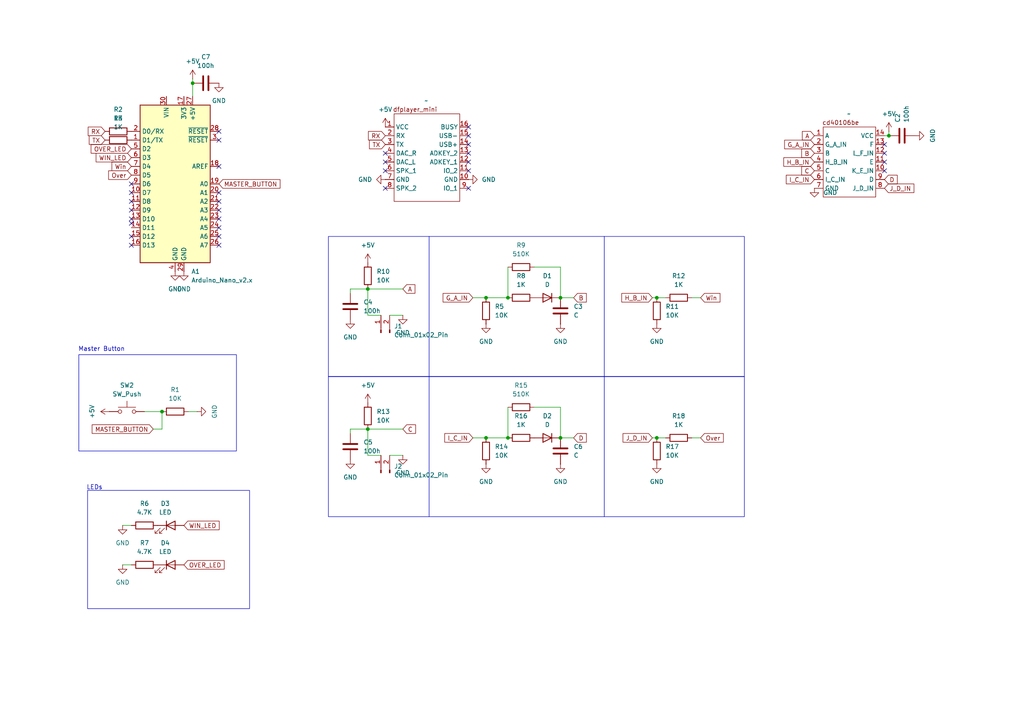
<source format=kicad_sch>
(kicad_sch
	(version 20250114)
	(generator "eeschema")
	(generator_version "9.0")
	(uuid "75d48816-ca49-4fed-a81d-8ddfaf9567cf")
	(paper "A4")
	(lib_symbols
		(symbol "Connector:Conn_01x02_Pin"
			(pin_names
				(offset 1.016)
				(hide yes)
			)
			(exclude_from_sim no)
			(in_bom yes)
			(on_board yes)
			(property "Reference" "J"
				(at 0 2.54 0)
				(effects
					(font
						(size 1.27 1.27)
					)
				)
			)
			(property "Value" "Conn_01x02_Pin"
				(at 0 -5.08 0)
				(effects
					(font
						(size 1.27 1.27)
					)
				)
			)
			(property "Footprint" ""
				(at 0 0 0)
				(effects
					(font
						(size 1.27 1.27)
					)
					(hide yes)
				)
			)
			(property "Datasheet" "~"
				(at 0 0 0)
				(effects
					(font
						(size 1.27 1.27)
					)
					(hide yes)
				)
			)
			(property "Description" "Generic connector, single row, 01x02, script generated"
				(at 0 0 0)
				(effects
					(font
						(size 1.27 1.27)
					)
					(hide yes)
				)
			)
			(property "ki_locked" ""
				(at 0 0 0)
				(effects
					(font
						(size 1.27 1.27)
					)
				)
			)
			(property "ki_keywords" "connector"
				(at 0 0 0)
				(effects
					(font
						(size 1.27 1.27)
					)
					(hide yes)
				)
			)
			(property "ki_fp_filters" "Connector*:*_1x??_*"
				(at 0 0 0)
				(effects
					(font
						(size 1.27 1.27)
					)
					(hide yes)
				)
			)
			(symbol "Conn_01x02_Pin_1_1"
				(rectangle
					(start 0.8636 0.127)
					(end 0 -0.127)
					(stroke
						(width 0.1524)
						(type default)
					)
					(fill
						(type outline)
					)
				)
				(rectangle
					(start 0.8636 -2.413)
					(end 0 -2.667)
					(stroke
						(width 0.1524)
						(type default)
					)
					(fill
						(type outline)
					)
				)
				(polyline
					(pts
						(xy 1.27 0) (xy 0.8636 0)
					)
					(stroke
						(width 0.1524)
						(type default)
					)
					(fill
						(type none)
					)
				)
				(polyline
					(pts
						(xy 1.27 -2.54) (xy 0.8636 -2.54)
					)
					(stroke
						(width 0.1524)
						(type default)
					)
					(fill
						(type none)
					)
				)
				(pin passive line
					(at 5.08 0 180)
					(length 3.81)
					(name "Pin_1"
						(effects
							(font
								(size 1.27 1.27)
							)
						)
					)
					(number "1"
						(effects
							(font
								(size 1.27 1.27)
							)
						)
					)
				)
				(pin passive line
					(at 5.08 -2.54 180)
					(length 3.81)
					(name "Pin_2"
						(effects
							(font
								(size 1.27 1.27)
							)
						)
					)
					(number "2"
						(effects
							(font
								(size 1.27 1.27)
							)
						)
					)
				)
			)
			(embedded_fonts no)
		)
		(symbol "Device:C"
			(pin_numbers
				(hide yes)
			)
			(pin_names
				(offset 0.254)
			)
			(exclude_from_sim no)
			(in_bom yes)
			(on_board yes)
			(property "Reference" "C"
				(at 0.635 2.54 0)
				(effects
					(font
						(size 1.27 1.27)
					)
					(justify left)
				)
			)
			(property "Value" "C"
				(at 0.635 -2.54 0)
				(effects
					(font
						(size 1.27 1.27)
					)
					(justify left)
				)
			)
			(property "Footprint" ""
				(at 0.9652 -3.81 0)
				(effects
					(font
						(size 1.27 1.27)
					)
					(hide yes)
				)
			)
			(property "Datasheet" "~"
				(at 0 0 0)
				(effects
					(font
						(size 1.27 1.27)
					)
					(hide yes)
				)
			)
			(property "Description" "Unpolarized capacitor"
				(at 0 0 0)
				(effects
					(font
						(size 1.27 1.27)
					)
					(hide yes)
				)
			)
			(property "ki_keywords" "cap capacitor"
				(at 0 0 0)
				(effects
					(font
						(size 1.27 1.27)
					)
					(hide yes)
				)
			)
			(property "ki_fp_filters" "C_*"
				(at 0 0 0)
				(effects
					(font
						(size 1.27 1.27)
					)
					(hide yes)
				)
			)
			(symbol "C_0_1"
				(polyline
					(pts
						(xy -2.032 0.762) (xy 2.032 0.762)
					)
					(stroke
						(width 0.508)
						(type default)
					)
					(fill
						(type none)
					)
				)
				(polyline
					(pts
						(xy -2.032 -0.762) (xy 2.032 -0.762)
					)
					(stroke
						(width 0.508)
						(type default)
					)
					(fill
						(type none)
					)
				)
			)
			(symbol "C_1_1"
				(pin passive line
					(at 0 3.81 270)
					(length 2.794)
					(name "~"
						(effects
							(font
								(size 1.27 1.27)
							)
						)
					)
					(number "1"
						(effects
							(font
								(size 1.27 1.27)
							)
						)
					)
				)
				(pin passive line
					(at 0 -3.81 90)
					(length 2.794)
					(name "~"
						(effects
							(font
								(size 1.27 1.27)
							)
						)
					)
					(number "2"
						(effects
							(font
								(size 1.27 1.27)
							)
						)
					)
				)
			)
			(embedded_fonts no)
		)
		(symbol "Device:D"
			(pin_numbers
				(hide yes)
			)
			(pin_names
				(offset 1.016)
				(hide yes)
			)
			(exclude_from_sim no)
			(in_bom yes)
			(on_board yes)
			(property "Reference" "D"
				(at 0 2.54 0)
				(effects
					(font
						(size 1.27 1.27)
					)
				)
			)
			(property "Value" "D"
				(at 0 -2.54 0)
				(effects
					(font
						(size 1.27 1.27)
					)
				)
			)
			(property "Footprint" ""
				(at 0 0 0)
				(effects
					(font
						(size 1.27 1.27)
					)
					(hide yes)
				)
			)
			(property "Datasheet" "~"
				(at 0 0 0)
				(effects
					(font
						(size 1.27 1.27)
					)
					(hide yes)
				)
			)
			(property "Description" "Diode"
				(at 0 0 0)
				(effects
					(font
						(size 1.27 1.27)
					)
					(hide yes)
				)
			)
			(property "Sim.Device" "D"
				(at 0 0 0)
				(effects
					(font
						(size 1.27 1.27)
					)
					(hide yes)
				)
			)
			(property "Sim.Pins" "1=K 2=A"
				(at 0 0 0)
				(effects
					(font
						(size 1.27 1.27)
					)
					(hide yes)
				)
			)
			(property "ki_keywords" "diode"
				(at 0 0 0)
				(effects
					(font
						(size 1.27 1.27)
					)
					(hide yes)
				)
			)
			(property "ki_fp_filters" "TO-???* *_Diode_* *SingleDiode* D_*"
				(at 0 0 0)
				(effects
					(font
						(size 1.27 1.27)
					)
					(hide yes)
				)
			)
			(symbol "D_0_1"
				(polyline
					(pts
						(xy -1.27 1.27) (xy -1.27 -1.27)
					)
					(stroke
						(width 0.254)
						(type default)
					)
					(fill
						(type none)
					)
				)
				(polyline
					(pts
						(xy 1.27 1.27) (xy 1.27 -1.27) (xy -1.27 0) (xy 1.27 1.27)
					)
					(stroke
						(width 0.254)
						(type default)
					)
					(fill
						(type none)
					)
				)
				(polyline
					(pts
						(xy 1.27 0) (xy -1.27 0)
					)
					(stroke
						(width 0)
						(type default)
					)
					(fill
						(type none)
					)
				)
			)
			(symbol "D_1_1"
				(pin passive line
					(at -3.81 0 0)
					(length 2.54)
					(name "K"
						(effects
							(font
								(size 1.27 1.27)
							)
						)
					)
					(number "1"
						(effects
							(font
								(size 1.27 1.27)
							)
						)
					)
				)
				(pin passive line
					(at 3.81 0 180)
					(length 2.54)
					(name "A"
						(effects
							(font
								(size 1.27 1.27)
							)
						)
					)
					(number "2"
						(effects
							(font
								(size 1.27 1.27)
							)
						)
					)
				)
			)
			(embedded_fonts no)
		)
		(symbol "Device:LED"
			(pin_numbers
				(hide yes)
			)
			(pin_names
				(offset 1.016)
				(hide yes)
			)
			(exclude_from_sim no)
			(in_bom yes)
			(on_board yes)
			(property "Reference" "D"
				(at 0 2.54 0)
				(effects
					(font
						(size 1.27 1.27)
					)
				)
			)
			(property "Value" "LED"
				(at 0 -2.54 0)
				(effects
					(font
						(size 1.27 1.27)
					)
				)
			)
			(property "Footprint" ""
				(at 0 0 0)
				(effects
					(font
						(size 1.27 1.27)
					)
					(hide yes)
				)
			)
			(property "Datasheet" "~"
				(at 0 0 0)
				(effects
					(font
						(size 1.27 1.27)
					)
					(hide yes)
				)
			)
			(property "Description" "Light emitting diode"
				(at 0 0 0)
				(effects
					(font
						(size 1.27 1.27)
					)
					(hide yes)
				)
			)
			(property "Sim.Pins" "1=K 2=A"
				(at 0 0 0)
				(effects
					(font
						(size 1.27 1.27)
					)
					(hide yes)
				)
			)
			(property "ki_keywords" "LED diode"
				(at 0 0 0)
				(effects
					(font
						(size 1.27 1.27)
					)
					(hide yes)
				)
			)
			(property "ki_fp_filters" "LED* LED_SMD:* LED_THT:*"
				(at 0 0 0)
				(effects
					(font
						(size 1.27 1.27)
					)
					(hide yes)
				)
			)
			(symbol "LED_0_1"
				(polyline
					(pts
						(xy -3.048 -0.762) (xy -4.572 -2.286) (xy -3.81 -2.286) (xy -4.572 -2.286) (xy -4.572 -1.524)
					)
					(stroke
						(width 0)
						(type default)
					)
					(fill
						(type none)
					)
				)
				(polyline
					(pts
						(xy -1.778 -0.762) (xy -3.302 -2.286) (xy -2.54 -2.286) (xy -3.302 -2.286) (xy -3.302 -1.524)
					)
					(stroke
						(width 0)
						(type default)
					)
					(fill
						(type none)
					)
				)
				(polyline
					(pts
						(xy -1.27 0) (xy 1.27 0)
					)
					(stroke
						(width 0)
						(type default)
					)
					(fill
						(type none)
					)
				)
				(polyline
					(pts
						(xy -1.27 -1.27) (xy -1.27 1.27)
					)
					(stroke
						(width 0.254)
						(type default)
					)
					(fill
						(type none)
					)
				)
				(polyline
					(pts
						(xy 1.27 -1.27) (xy 1.27 1.27) (xy -1.27 0) (xy 1.27 -1.27)
					)
					(stroke
						(width 0.254)
						(type default)
					)
					(fill
						(type none)
					)
				)
			)
			(symbol "LED_1_1"
				(pin passive line
					(at -3.81 0 0)
					(length 2.54)
					(name "K"
						(effects
							(font
								(size 1.27 1.27)
							)
						)
					)
					(number "1"
						(effects
							(font
								(size 1.27 1.27)
							)
						)
					)
				)
				(pin passive line
					(at 3.81 0 180)
					(length 2.54)
					(name "A"
						(effects
							(font
								(size 1.27 1.27)
							)
						)
					)
					(number "2"
						(effects
							(font
								(size 1.27 1.27)
							)
						)
					)
				)
			)
			(embedded_fonts no)
		)
		(symbol "Device:R"
			(pin_numbers
				(hide yes)
			)
			(pin_names
				(offset 0)
			)
			(exclude_from_sim no)
			(in_bom yes)
			(on_board yes)
			(property "Reference" "R"
				(at 2.032 0 90)
				(effects
					(font
						(size 1.27 1.27)
					)
				)
			)
			(property "Value" "R"
				(at 0 0 90)
				(effects
					(font
						(size 1.27 1.27)
					)
				)
			)
			(property "Footprint" ""
				(at -1.778 0 90)
				(effects
					(font
						(size 1.27 1.27)
					)
					(hide yes)
				)
			)
			(property "Datasheet" "~"
				(at 0 0 0)
				(effects
					(font
						(size 1.27 1.27)
					)
					(hide yes)
				)
			)
			(property "Description" "Resistor"
				(at 0 0 0)
				(effects
					(font
						(size 1.27 1.27)
					)
					(hide yes)
				)
			)
			(property "ki_keywords" "R res resistor"
				(at 0 0 0)
				(effects
					(font
						(size 1.27 1.27)
					)
					(hide yes)
				)
			)
			(property "ki_fp_filters" "R_*"
				(at 0 0 0)
				(effects
					(font
						(size 1.27 1.27)
					)
					(hide yes)
				)
			)
			(symbol "R_0_1"
				(rectangle
					(start -1.016 -2.54)
					(end 1.016 2.54)
					(stroke
						(width 0.254)
						(type default)
					)
					(fill
						(type none)
					)
				)
			)
			(symbol "R_1_1"
				(pin passive line
					(at 0 3.81 270)
					(length 1.27)
					(name "~"
						(effects
							(font
								(size 1.27 1.27)
							)
						)
					)
					(number "1"
						(effects
							(font
								(size 1.27 1.27)
							)
						)
					)
				)
				(pin passive line
					(at 0 -3.81 90)
					(length 1.27)
					(name "~"
						(effects
							(font
								(size 1.27 1.27)
							)
						)
					)
					(number "2"
						(effects
							(font
								(size 1.27 1.27)
							)
						)
					)
				)
			)
			(embedded_fonts no)
		)
		(symbol "MCU_Module:Arduino_Nano_v2.x"
			(exclude_from_sim no)
			(in_bom yes)
			(on_board yes)
			(property "Reference" "A"
				(at -10.16 23.495 0)
				(effects
					(font
						(size 1.27 1.27)
					)
					(justify left bottom)
				)
			)
			(property "Value" "Arduino_Nano_v2.x"
				(at 5.08 -24.13 0)
				(effects
					(font
						(size 1.27 1.27)
					)
					(justify left top)
				)
			)
			(property "Footprint" "Module:Arduino_Nano"
				(at 0 0 0)
				(effects
					(font
						(size 1.27 1.27)
						(italic yes)
					)
					(hide yes)
				)
			)
			(property "Datasheet" "https://www.arduino.cc/en/uploads/Main/ArduinoNanoManual23.pdf"
				(at 0 0 0)
				(effects
					(font
						(size 1.27 1.27)
					)
					(hide yes)
				)
			)
			(property "Description" "Arduino Nano v2.x"
				(at 0 0 0)
				(effects
					(font
						(size 1.27 1.27)
					)
					(hide yes)
				)
			)
			(property "ki_keywords" "Arduino nano microcontroller module USB"
				(at 0 0 0)
				(effects
					(font
						(size 1.27 1.27)
					)
					(hide yes)
				)
			)
			(property "ki_fp_filters" "Arduino*Nano*"
				(at 0 0 0)
				(effects
					(font
						(size 1.27 1.27)
					)
					(hide yes)
				)
			)
			(symbol "Arduino_Nano_v2.x_0_1"
				(rectangle
					(start -10.16 22.86)
					(end 10.16 -22.86)
					(stroke
						(width 0.254)
						(type default)
					)
					(fill
						(type background)
					)
				)
			)
			(symbol "Arduino_Nano_v2.x_1_1"
				(pin bidirectional line
					(at -12.7 15.24 0)
					(length 2.54)
					(name "D0/RX"
						(effects
							(font
								(size 1.27 1.27)
							)
						)
					)
					(number "2"
						(effects
							(font
								(size 1.27 1.27)
							)
						)
					)
				)
				(pin bidirectional line
					(at -12.7 12.7 0)
					(length 2.54)
					(name "D1/TX"
						(effects
							(font
								(size 1.27 1.27)
							)
						)
					)
					(number "1"
						(effects
							(font
								(size 1.27 1.27)
							)
						)
					)
				)
				(pin bidirectional line
					(at -12.7 10.16 0)
					(length 2.54)
					(name "D2"
						(effects
							(font
								(size 1.27 1.27)
							)
						)
					)
					(number "5"
						(effects
							(font
								(size 1.27 1.27)
							)
						)
					)
				)
				(pin bidirectional line
					(at -12.7 7.62 0)
					(length 2.54)
					(name "D3"
						(effects
							(font
								(size 1.27 1.27)
							)
						)
					)
					(number "6"
						(effects
							(font
								(size 1.27 1.27)
							)
						)
					)
				)
				(pin bidirectional line
					(at -12.7 5.08 0)
					(length 2.54)
					(name "D4"
						(effects
							(font
								(size 1.27 1.27)
							)
						)
					)
					(number "7"
						(effects
							(font
								(size 1.27 1.27)
							)
						)
					)
				)
				(pin bidirectional line
					(at -12.7 2.54 0)
					(length 2.54)
					(name "D5"
						(effects
							(font
								(size 1.27 1.27)
							)
						)
					)
					(number "8"
						(effects
							(font
								(size 1.27 1.27)
							)
						)
					)
				)
				(pin bidirectional line
					(at -12.7 0 0)
					(length 2.54)
					(name "D6"
						(effects
							(font
								(size 1.27 1.27)
							)
						)
					)
					(number "9"
						(effects
							(font
								(size 1.27 1.27)
							)
						)
					)
				)
				(pin bidirectional line
					(at -12.7 -2.54 0)
					(length 2.54)
					(name "D7"
						(effects
							(font
								(size 1.27 1.27)
							)
						)
					)
					(number "10"
						(effects
							(font
								(size 1.27 1.27)
							)
						)
					)
				)
				(pin bidirectional line
					(at -12.7 -5.08 0)
					(length 2.54)
					(name "D8"
						(effects
							(font
								(size 1.27 1.27)
							)
						)
					)
					(number "11"
						(effects
							(font
								(size 1.27 1.27)
							)
						)
					)
				)
				(pin bidirectional line
					(at -12.7 -7.62 0)
					(length 2.54)
					(name "D9"
						(effects
							(font
								(size 1.27 1.27)
							)
						)
					)
					(number "12"
						(effects
							(font
								(size 1.27 1.27)
							)
						)
					)
				)
				(pin bidirectional line
					(at -12.7 -10.16 0)
					(length 2.54)
					(name "D10"
						(effects
							(font
								(size 1.27 1.27)
							)
						)
					)
					(number "13"
						(effects
							(font
								(size 1.27 1.27)
							)
						)
					)
				)
				(pin bidirectional line
					(at -12.7 -12.7 0)
					(length 2.54)
					(name "D11"
						(effects
							(font
								(size 1.27 1.27)
							)
						)
					)
					(number "14"
						(effects
							(font
								(size 1.27 1.27)
							)
						)
					)
				)
				(pin bidirectional line
					(at -12.7 -15.24 0)
					(length 2.54)
					(name "D12"
						(effects
							(font
								(size 1.27 1.27)
							)
						)
					)
					(number "15"
						(effects
							(font
								(size 1.27 1.27)
							)
						)
					)
				)
				(pin bidirectional line
					(at -12.7 -17.78 0)
					(length 2.54)
					(name "D13"
						(effects
							(font
								(size 1.27 1.27)
							)
						)
					)
					(number "16"
						(effects
							(font
								(size 1.27 1.27)
							)
						)
					)
				)
				(pin power_in line
					(at -2.54 25.4 270)
					(length 2.54)
					(name "VIN"
						(effects
							(font
								(size 1.27 1.27)
							)
						)
					)
					(number "30"
						(effects
							(font
								(size 1.27 1.27)
							)
						)
					)
				)
				(pin power_in line
					(at 0 -25.4 90)
					(length 2.54)
					(name "GND"
						(effects
							(font
								(size 1.27 1.27)
							)
						)
					)
					(number "4"
						(effects
							(font
								(size 1.27 1.27)
							)
						)
					)
				)
				(pin power_out line
					(at 2.54 25.4 270)
					(length 2.54)
					(name "3V3"
						(effects
							(font
								(size 1.27 1.27)
							)
						)
					)
					(number "17"
						(effects
							(font
								(size 1.27 1.27)
							)
						)
					)
				)
				(pin power_in line
					(at 2.54 -25.4 90)
					(length 2.54)
					(name "GND"
						(effects
							(font
								(size 1.27 1.27)
							)
						)
					)
					(number "29"
						(effects
							(font
								(size 1.27 1.27)
							)
						)
					)
				)
				(pin power_out line
					(at 5.08 25.4 270)
					(length 2.54)
					(name "+5V"
						(effects
							(font
								(size 1.27 1.27)
							)
						)
					)
					(number "27"
						(effects
							(font
								(size 1.27 1.27)
							)
						)
					)
				)
				(pin input line
					(at 12.7 15.24 180)
					(length 2.54)
					(name "~{RESET}"
						(effects
							(font
								(size 1.27 1.27)
							)
						)
					)
					(number "28"
						(effects
							(font
								(size 1.27 1.27)
							)
						)
					)
				)
				(pin input line
					(at 12.7 12.7 180)
					(length 2.54)
					(name "~{RESET}"
						(effects
							(font
								(size 1.27 1.27)
							)
						)
					)
					(number "3"
						(effects
							(font
								(size 1.27 1.27)
							)
						)
					)
				)
				(pin input line
					(at 12.7 5.08 180)
					(length 2.54)
					(name "AREF"
						(effects
							(font
								(size 1.27 1.27)
							)
						)
					)
					(number "18"
						(effects
							(font
								(size 1.27 1.27)
							)
						)
					)
				)
				(pin bidirectional line
					(at 12.7 0 180)
					(length 2.54)
					(name "A0"
						(effects
							(font
								(size 1.27 1.27)
							)
						)
					)
					(number "19"
						(effects
							(font
								(size 1.27 1.27)
							)
						)
					)
				)
				(pin bidirectional line
					(at 12.7 -2.54 180)
					(length 2.54)
					(name "A1"
						(effects
							(font
								(size 1.27 1.27)
							)
						)
					)
					(number "20"
						(effects
							(font
								(size 1.27 1.27)
							)
						)
					)
				)
				(pin bidirectional line
					(at 12.7 -5.08 180)
					(length 2.54)
					(name "A2"
						(effects
							(font
								(size 1.27 1.27)
							)
						)
					)
					(number "21"
						(effects
							(font
								(size 1.27 1.27)
							)
						)
					)
				)
				(pin bidirectional line
					(at 12.7 -7.62 180)
					(length 2.54)
					(name "A3"
						(effects
							(font
								(size 1.27 1.27)
							)
						)
					)
					(number "22"
						(effects
							(font
								(size 1.27 1.27)
							)
						)
					)
				)
				(pin bidirectional line
					(at 12.7 -10.16 180)
					(length 2.54)
					(name "A4"
						(effects
							(font
								(size 1.27 1.27)
							)
						)
					)
					(number "23"
						(effects
							(font
								(size 1.27 1.27)
							)
						)
					)
				)
				(pin bidirectional line
					(at 12.7 -12.7 180)
					(length 2.54)
					(name "A5"
						(effects
							(font
								(size 1.27 1.27)
							)
						)
					)
					(number "24"
						(effects
							(font
								(size 1.27 1.27)
							)
						)
					)
				)
				(pin bidirectional line
					(at 12.7 -15.24 180)
					(length 2.54)
					(name "A6"
						(effects
							(font
								(size 1.27 1.27)
							)
						)
					)
					(number "25"
						(effects
							(font
								(size 1.27 1.27)
							)
						)
					)
				)
				(pin bidirectional line
					(at 12.7 -17.78 180)
					(length 2.54)
					(name "A7"
						(effects
							(font
								(size 1.27 1.27)
							)
						)
					)
					(number "26"
						(effects
							(font
								(size 1.27 1.27)
							)
						)
					)
				)
			)
			(embedded_fonts no)
		)
		(symbol "New_Library:cd40106be"
			(exclude_from_sim no)
			(in_bom yes)
			(on_board yes)
			(property "Reference" "U"
				(at 0 0 0)
				(effects
					(font
						(size 1.27 1.27)
					)
					(hide yes)
				)
			)
			(property "Value" ""
				(at 0 0 0)
				(effects
					(font
						(size 1.27 1.27)
					)
				)
			)
			(property "Footprint" ""
				(at 0 0 0)
				(effects
					(font
						(size 1.27 1.27)
					)
					(hide yes)
				)
			)
			(property "Datasheet" ""
				(at 0 0 0)
				(effects
					(font
						(size 1.27 1.27)
					)
					(hide yes)
				)
			)
			(property "Description" ""
				(at 0 0 0)
				(effects
					(font
						(size 1.27 1.27)
					)
					(hide yes)
				)
			)
			(symbol "cd40106be_0_1"
				(rectangle
					(start -5.08 6.35)
					(end 10.16 -13.97)
					(stroke
						(width 0)
						(type default)
					)
					(fill
						(type none)
					)
				)
			)
			(symbol "cd40106be_1_1"
				(text "cd40106be"
					(at 0 7.62 0)
					(effects
						(font
							(size 1.27 1.27)
						)
					)
				)
				(pin input line
					(at -7.62 3.81 0)
					(length 2.54)
					(name "A"
						(effects
							(font
								(size 1.27 1.27)
							)
						)
					)
					(number "1"
						(effects
							(font
								(size 1.27 1.27)
							)
						)
					)
				)
				(pin output line
					(at -7.62 1.27 0)
					(length 2.54)
					(name "G_A_IN"
						(effects
							(font
								(size 1.27 1.27)
							)
						)
					)
					(number "2"
						(effects
							(font
								(size 1.27 1.27)
							)
						)
					)
				)
				(pin input line
					(at -7.62 -1.27 0)
					(length 2.54)
					(name "B"
						(effects
							(font
								(size 1.27 1.27)
							)
						)
					)
					(number "3"
						(effects
							(font
								(size 1.27 1.27)
							)
						)
					)
				)
				(pin output line
					(at -7.62 -3.81 0)
					(length 2.54)
					(name "H_B_IN"
						(effects
							(font
								(size 1.27 1.27)
							)
						)
					)
					(number "4"
						(effects
							(font
								(size 1.27 1.27)
							)
						)
					)
				)
				(pin input line
					(at -7.62 -6.35 0)
					(length 2.54)
					(name "C"
						(effects
							(font
								(size 1.27 1.27)
							)
						)
					)
					(number "5"
						(effects
							(font
								(size 1.27 1.27)
							)
						)
					)
				)
				(pin output line
					(at -7.62 -8.89 0)
					(length 2.54)
					(name "I_C_IN"
						(effects
							(font
								(size 1.27 1.27)
							)
						)
					)
					(number "6"
						(effects
							(font
								(size 1.27 1.27)
							)
						)
					)
				)
				(pin output line
					(at -7.62 -11.43 0)
					(length 2.54)
					(name "GND"
						(effects
							(font
								(size 1.27 1.27)
							)
						)
					)
					(number "7"
						(effects
							(font
								(size 1.27 1.27)
							)
						)
					)
				)
				(pin power_in line
					(at 12.7 3.81 180)
					(length 2.54)
					(name "VCC"
						(effects
							(font
								(size 1.27 1.27)
							)
						)
					)
					(number "14"
						(effects
							(font
								(size 1.27 1.27)
							)
						)
					)
				)
				(pin input line
					(at 12.7 1.27 180)
					(length 2.54)
					(name "F"
						(effects
							(font
								(size 1.27 1.27)
							)
						)
					)
					(number "13"
						(effects
							(font
								(size 1.27 1.27)
							)
						)
					)
				)
				(pin output line
					(at 12.7 -1.27 180)
					(length 2.54)
					(name "L_F_IN"
						(effects
							(font
								(size 1.27 1.27)
							)
						)
					)
					(number "12"
						(effects
							(font
								(size 1.27 1.27)
							)
						)
					)
				)
				(pin input line
					(at 12.7 -3.81 180)
					(length 2.54)
					(name "E"
						(effects
							(font
								(size 1.27 1.27)
							)
						)
					)
					(number "11"
						(effects
							(font
								(size 1.27 1.27)
							)
						)
					)
				)
				(pin output line
					(at 12.7 -6.35 180)
					(length 2.54)
					(name "K_E_IN"
						(effects
							(font
								(size 1.27 1.27)
							)
						)
					)
					(number "10"
						(effects
							(font
								(size 1.27 1.27)
							)
						)
					)
				)
				(pin input line
					(at 12.7 -8.89 180)
					(length 2.54)
					(name "D"
						(effects
							(font
								(size 1.27 1.27)
							)
						)
					)
					(number "9"
						(effects
							(font
								(size 1.27 1.27)
							)
						)
					)
				)
				(pin output line
					(at 12.7 -11.43 180)
					(length 2.54)
					(name "J_D_IN"
						(effects
							(font
								(size 1.27 1.27)
							)
						)
					)
					(number "8"
						(effects
							(font
								(size 1.27 1.27)
							)
						)
					)
				)
			)
			(embedded_fonts no)
		)
		(symbol "Switch:SW_Push"
			(pin_numbers
				(hide yes)
			)
			(pin_names
				(offset 1.016)
				(hide yes)
			)
			(exclude_from_sim no)
			(in_bom yes)
			(on_board yes)
			(property "Reference" "SW"
				(at 1.27 2.54 0)
				(effects
					(font
						(size 1.27 1.27)
					)
					(justify left)
				)
			)
			(property "Value" "SW_Push"
				(at 0 -1.524 0)
				(effects
					(font
						(size 1.27 1.27)
					)
				)
			)
			(property "Footprint" ""
				(at 0 5.08 0)
				(effects
					(font
						(size 1.27 1.27)
					)
					(hide yes)
				)
			)
			(property "Datasheet" "~"
				(at 0 5.08 0)
				(effects
					(font
						(size 1.27 1.27)
					)
					(hide yes)
				)
			)
			(property "Description" "Push button switch, generic, two pins"
				(at 0 0 0)
				(effects
					(font
						(size 1.27 1.27)
					)
					(hide yes)
				)
			)
			(property "ki_keywords" "switch normally-open pushbutton push-button"
				(at 0 0 0)
				(effects
					(font
						(size 1.27 1.27)
					)
					(hide yes)
				)
			)
			(symbol "SW_Push_0_1"
				(circle
					(center -2.032 0)
					(radius 0.508)
					(stroke
						(width 0)
						(type default)
					)
					(fill
						(type none)
					)
				)
				(polyline
					(pts
						(xy 0 1.27) (xy 0 3.048)
					)
					(stroke
						(width 0)
						(type default)
					)
					(fill
						(type none)
					)
				)
				(circle
					(center 2.032 0)
					(radius 0.508)
					(stroke
						(width 0)
						(type default)
					)
					(fill
						(type none)
					)
				)
				(polyline
					(pts
						(xy 2.54 1.27) (xy -2.54 1.27)
					)
					(stroke
						(width 0)
						(type default)
					)
					(fill
						(type none)
					)
				)
				(pin passive line
					(at -5.08 0 0)
					(length 2.54)
					(name "1"
						(effects
							(font
								(size 1.27 1.27)
							)
						)
					)
					(number "1"
						(effects
							(font
								(size 1.27 1.27)
							)
						)
					)
				)
				(pin passive line
					(at 5.08 0 180)
					(length 2.54)
					(name "2"
						(effects
							(font
								(size 1.27 1.27)
							)
						)
					)
					(number "2"
						(effects
							(font
								(size 1.27 1.27)
							)
						)
					)
				)
			)
			(embedded_fonts no)
		)
		(symbol "dfplayer_mini_1"
			(exclude_from_sim no)
			(in_bom yes)
			(on_board yes)
			(property "Reference" "U2"
				(at 2.032 -7.112 0)
				(effects
					(font
						(size 1.27 1.27)
					)
					(hide yes)
				)
			)
			(property "Value" "~"
				(at -3.3576 29.21 0)
				(effects
					(font
						(size 1.27 1.27)
					)
				)
			)
			(property "Footprint" "my_lib:dfplayer_mini"
				(at 0 0 0)
				(effects
					(font
						(size 1.27 1.27)
					)
					(hide yes)
				)
			)
			(property "Datasheet" ""
				(at 0 0 0)
				(effects
					(font
						(size 1.27 1.27)
					)
					(hide yes)
				)
			)
			(property "Description" ""
				(at 0 0 0)
				(effects
					(font
						(size 1.27 1.27)
					)
					(hide yes)
				)
			)
			(symbol "dfplayer_mini_1_0_1"
				(rectangle
					(start -12.7 25.4)
					(end 6.35 0)
					(stroke
						(width 0)
						(type solid)
					)
					(fill
						(type none)
					)
				)
			)
			(symbol "dfplayer_mini_1_1_1"
				(text "dfplayer_mini"
					(at -6.604 26.67 0)
					(effects
						(font
							(size 1.27 1.27)
						)
					)
				)
				(pin power_in line
					(at -15.24 21.59 0)
					(length 2.54)
					(name "VCC"
						(effects
							(font
								(size 1.27 1.27)
							)
						)
					)
					(number "1"
						(effects
							(font
								(size 1.27 1.27)
							)
						)
					)
				)
				(pin input line
					(at -15.24 19.05 0)
					(length 2.54)
					(name "RX"
						(effects
							(font
								(size 1.27 1.27)
							)
						)
					)
					(number "2"
						(effects
							(font
								(size 1.27 1.27)
							)
						)
					)
				)
				(pin output line
					(at -15.24 16.51 0)
					(length 2.54)
					(name "TX"
						(effects
							(font
								(size 1.27 1.27)
							)
						)
					)
					(number "3"
						(effects
							(font
								(size 1.27 1.27)
							)
						)
					)
				)
				(pin output line
					(at -15.24 13.97 0)
					(length 2.54)
					(name "DAC_R"
						(effects
							(font
								(size 1.27 1.27)
							)
						)
					)
					(number "4"
						(effects
							(font
								(size 1.27 1.27)
							)
						)
					)
				)
				(pin output line
					(at -15.24 11.43 0)
					(length 2.54)
					(name "DAC_L"
						(effects
							(font
								(size 1.27 1.27)
							)
						)
					)
					(number "5"
						(effects
							(font
								(size 1.27 1.27)
							)
						)
					)
				)
				(pin output line
					(at -15.24 8.89 0)
					(length 2.54)
					(name "SPK_1"
						(effects
							(font
								(size 1.27 1.27)
							)
						)
					)
					(number "6"
						(effects
							(font
								(size 1.27 1.27)
							)
						)
					)
				)
				(pin output line
					(at -15.24 6.35 0)
					(length 2.54)
					(name "GND"
						(effects
							(font
								(size 1.27 1.27)
							)
						)
					)
					(number "7"
						(effects
							(font
								(size 1.27 1.27)
							)
						)
					)
				)
				(pin output line
					(at -15.24 3.81 0)
					(length 2.54)
					(name "SPK_2"
						(effects
							(font
								(size 1.27 1.27)
							)
						)
					)
					(number "8"
						(effects
							(font
								(size 1.27 1.27)
							)
						)
					)
				)
				(pin input line
					(at 8.89 21.59 180)
					(length 2.54)
					(name "BUSY"
						(effects
							(font
								(size 1.27 1.27)
							)
						)
					)
					(number "16"
						(effects
							(font
								(size 1.27 1.27)
							)
						)
					)
				)
				(pin input line
					(at 8.89 19.05 180)
					(length 2.54)
					(name "USB-"
						(effects
							(font
								(size 1.27 1.27)
							)
						)
					)
					(number "15"
						(effects
							(font
								(size 1.27 1.27)
							)
						)
					)
				)
				(pin input line
					(at 8.89 16.51 180)
					(length 2.54)
					(name "USB+"
						(effects
							(font
								(size 1.27 1.27)
							)
						)
					)
					(number "14"
						(effects
							(font
								(size 1.27 1.27)
							)
						)
					)
				)
				(pin output line
					(at 8.89 13.97 180)
					(length 2.54)
					(name "ADKEY_2"
						(effects
							(font
								(size 1.27 1.27)
							)
						)
					)
					(number "13"
						(effects
							(font
								(size 1.27 1.27)
							)
						)
					)
				)
				(pin output line
					(at 8.89 11.43 180)
					(length 2.54)
					(name "ADKEY_1"
						(effects
							(font
								(size 1.27 1.27)
							)
						)
					)
					(number "12"
						(effects
							(font
								(size 1.27 1.27)
							)
						)
					)
				)
				(pin output line
					(at 8.89 8.89 180)
					(length 2.54)
					(name "IO_2"
						(effects
							(font
								(size 1.27 1.27)
							)
						)
					)
					(number "11"
						(effects
							(font
								(size 1.27 1.27)
							)
						)
					)
				)
				(pin output line
					(at 8.89 6.35 180)
					(length 2.54)
					(name "GND"
						(effects
							(font
								(size 1.27 1.27)
							)
						)
					)
					(number "10"
						(effects
							(font
								(size 1.27 1.27)
							)
						)
					)
				)
				(pin output line
					(at 8.89 3.81 180)
					(length 2.54)
					(name "IO_1"
						(effects
							(font
								(size 1.27 1.27)
							)
						)
					)
					(number "9"
						(effects
							(font
								(size 1.27 1.27)
							)
						)
					)
				)
			)
			(embedded_fonts no)
		)
		(symbol "power:+5V"
			(power)
			(pin_numbers
				(hide yes)
			)
			(pin_names
				(offset 0)
				(hide yes)
			)
			(exclude_from_sim no)
			(in_bom yes)
			(on_board yes)
			(property "Reference" "#PWR"
				(at 0 -3.81 0)
				(effects
					(font
						(size 1.27 1.27)
					)
					(hide yes)
				)
			)
			(property "Value" "+5V"
				(at 0 3.556 0)
				(effects
					(font
						(size 1.27 1.27)
					)
				)
			)
			(property "Footprint" ""
				(at 0 0 0)
				(effects
					(font
						(size 1.27 1.27)
					)
					(hide yes)
				)
			)
			(property "Datasheet" ""
				(at 0 0 0)
				(effects
					(font
						(size 1.27 1.27)
					)
					(hide yes)
				)
			)
			(property "Description" "Power symbol creates a global label with name \"+5V\""
				(at 0 0 0)
				(effects
					(font
						(size 1.27 1.27)
					)
					(hide yes)
				)
			)
			(property "ki_keywords" "global power"
				(at 0 0 0)
				(effects
					(font
						(size 1.27 1.27)
					)
					(hide yes)
				)
			)
			(symbol "+5V_0_1"
				(polyline
					(pts
						(xy -0.762 1.27) (xy 0 2.54)
					)
					(stroke
						(width 0)
						(type default)
					)
					(fill
						(type none)
					)
				)
				(polyline
					(pts
						(xy 0 2.54) (xy 0.762 1.27)
					)
					(stroke
						(width 0)
						(type default)
					)
					(fill
						(type none)
					)
				)
				(polyline
					(pts
						(xy 0 0) (xy 0 2.54)
					)
					(stroke
						(width 0)
						(type default)
					)
					(fill
						(type none)
					)
				)
			)
			(symbol "+5V_1_1"
				(pin power_in line
					(at 0 0 90)
					(length 0)
					(name "~"
						(effects
							(font
								(size 1.27 1.27)
							)
						)
					)
					(number "1"
						(effects
							(font
								(size 1.27 1.27)
							)
						)
					)
				)
			)
			(embedded_fonts no)
		)
		(symbol "power:GND"
			(power)
			(pin_numbers
				(hide yes)
			)
			(pin_names
				(offset 0)
				(hide yes)
			)
			(exclude_from_sim no)
			(in_bom yes)
			(on_board yes)
			(property "Reference" "#PWR"
				(at 0 -6.35 0)
				(effects
					(font
						(size 1.27 1.27)
					)
					(hide yes)
				)
			)
			(property "Value" "GND"
				(at 0 -3.81 0)
				(effects
					(font
						(size 1.27 1.27)
					)
				)
			)
			(property "Footprint" ""
				(at 0 0 0)
				(effects
					(font
						(size 1.27 1.27)
					)
					(hide yes)
				)
			)
			(property "Datasheet" ""
				(at 0 0 0)
				(effects
					(font
						(size 1.27 1.27)
					)
					(hide yes)
				)
			)
			(property "Description" "Power symbol creates a global label with name \"GND\" , ground"
				(at 0 0 0)
				(effects
					(font
						(size 1.27 1.27)
					)
					(hide yes)
				)
			)
			(property "ki_keywords" "global power"
				(at 0 0 0)
				(effects
					(font
						(size 1.27 1.27)
					)
					(hide yes)
				)
			)
			(symbol "GND_0_1"
				(polyline
					(pts
						(xy 0 0) (xy 0 -1.27) (xy 1.27 -1.27) (xy 0 -2.54) (xy -1.27 -1.27) (xy 0 -1.27)
					)
					(stroke
						(width 0)
						(type default)
					)
					(fill
						(type none)
					)
				)
			)
			(symbol "GND_1_1"
				(pin power_in line
					(at 0 0 270)
					(length 0)
					(name "~"
						(effects
							(font
								(size 1.27 1.27)
							)
						)
					)
					(number "1"
						(effects
							(font
								(size 1.27 1.27)
							)
						)
					)
				)
			)
			(embedded_fonts no)
		)
	)
	(rectangle
		(start 95.25 109.22)
		(end 215.9 149.86)
		(stroke
			(width 0)
			(type default)
		)
		(fill
			(type none)
		)
		(uuid 0d9a03fb-ba81-40cd-bcaa-7261020cb2aa)
	)
	(rectangle
		(start 25.4 142.24)
		(end 72.39 176.53)
		(stroke
			(width 0)
			(type default)
		)
		(fill
			(type none)
		)
		(uuid 386f8945-d2cf-40b7-8065-37937f593194)
	)
	(rectangle
		(start 95.25 68.58)
		(end 215.9 109.22)
		(stroke
			(width 0)
			(type default)
		)
		(fill
			(type none)
		)
		(uuid 89975a95-6d6f-46dc-981d-099a38f814f1)
	)
	(rectangle
		(start 22.86 102.87)
		(end 68.58 130.81)
		(stroke
			(width 0)
			(type default)
		)
		(fill
			(type none)
		)
		(uuid f8f18363-7e2d-40ef-a07d-aa9cb32bfc31)
	)
	(text "Master Button\n"
		(exclude_from_sim no)
		(at 29.464 101.346 0)
		(effects
			(font
				(size 1.27 1.27)
			)
		)
		(uuid "669fef5c-608a-4778-b193-b66020f91623")
	)
	(text "LEDs"
		(exclude_from_sim no)
		(at 27.432 141.478 0)
		(effects
			(font
				(size 1.27 1.27)
			)
		)
		(uuid "794c8b25-da50-453e-b486-d8e738be3b6d")
	)
	(junction
		(at 46.99 119.38)
		(diameter 0)
		(color 0 0 0 0)
		(uuid "44f8afbd-7961-4920-a3de-e54bf3180859")
	)
	(junction
		(at 190.5 86.36)
		(diameter 0)
		(color 0 0 0 0)
		(uuid "548878e6-693a-4af3-bd9b-49d89d39117d")
	)
	(junction
		(at 147.32 86.36)
		(diameter 0)
		(color 0 0 0 0)
		(uuid "698c80f8-84db-47c4-b5fd-2819c8af18a9")
	)
	(junction
		(at 106.68 124.46)
		(diameter 0)
		(color 0 0 0 0)
		(uuid "6c9fc88f-8643-4463-a019-f0b5fea6e068")
	)
	(junction
		(at 190.5 127)
		(diameter 0)
		(color 0 0 0 0)
		(uuid "7fae146a-f820-45cd-91a4-de4b223abf38")
	)
	(junction
		(at 55.88 24.13)
		(diameter 0)
		(color 0 0 0 0)
		(uuid "969c701a-4cde-475d-8223-fedc4a1b71dc")
	)
	(junction
		(at 257.81 39.37)
		(diameter 0)
		(color 0 0 0 0)
		(uuid "bd5edb32-330a-43be-b3c2-dc3da381a28a")
	)
	(junction
		(at 106.68 83.82)
		(diameter 0)
		(color 0 0 0 0)
		(uuid "c1b30f85-89b6-4266-b20e-3a6d79aac543")
	)
	(junction
		(at 140.97 127)
		(diameter 0)
		(color 0 0 0 0)
		(uuid "c8219507-7fca-4f8a-bc61-b81cedecad65")
	)
	(junction
		(at 162.56 86.36)
		(diameter 0)
		(color 0 0 0 0)
		(uuid "d6d91531-5c8a-470a-8328-4039772d372b")
	)
	(junction
		(at 140.97 86.36)
		(diameter 0)
		(color 0 0 0 0)
		(uuid "eef662cc-6e39-42b1-84d0-8c1b09e914c5")
	)
	(junction
		(at 147.32 127)
		(diameter 0)
		(color 0 0 0 0)
		(uuid "f82b62f7-2a30-43e3-8871-9a74299cabcc")
	)
	(junction
		(at 162.56 127)
		(diameter 0)
		(color 0 0 0 0)
		(uuid "fcd36d5b-85df-49c3-98d6-6f2d302914ac")
	)
	(no_connect
		(at 111.76 44.45)
		(uuid "0645854d-e0fa-4a14-b46f-14418727412d")
	)
	(no_connect
		(at 256.54 44.45)
		(uuid "0d7c6048-9afb-41f1-8519-6bd50265dde0")
	)
	(no_connect
		(at 63.5 63.5)
		(uuid "10f0d936-7419-411a-9d8e-ea931bd11bbc")
	)
	(no_connect
		(at 38.1 53.34)
		(uuid "1433763a-9cdf-4878-8b6f-ac6d35312eb9")
	)
	(no_connect
		(at 63.5 48.26)
		(uuid "19b76c79-f724-4eca-a9e5-9ab214761e9d")
	)
	(no_connect
		(at 38.1 64.77)
		(uuid "1b0e12df-cfa7-41f1-bfb8-fa4094bbf0e2")
	)
	(no_connect
		(at 38.1 68.58)
		(uuid "32836f54-a354-4053-855a-8fc2be600e14")
	)
	(no_connect
		(at 63.5 55.88)
		(uuid "38945e70-f53e-45aa-bf07-0a8aff1bd263")
	)
	(no_connect
		(at 38.1 71.12)
		(uuid "3d11160f-834c-4ba7-a851-34d7cbb616fd")
	)
	(no_connect
		(at 135.89 54.61)
		(uuid "55372d39-8071-4c3a-9ac8-dc7b7ba229c9")
	)
	(no_connect
		(at 256.54 49.53)
		(uuid "555066d9-fd87-4393-a2fe-60e8fb823442")
	)
	(no_connect
		(at 135.89 44.45)
		(uuid "5f4a8888-7469-4678-b96f-4caea75838ce")
	)
	(no_connect
		(at 63.5 40.64)
		(uuid "619a7fc3-bdc0-4995-a11d-9b3a106c2e09")
	)
	(no_connect
		(at 63.5 38.1)
		(uuid "6eb92183-8feb-4869-acde-728366146496")
	)
	(no_connect
		(at 135.89 49.53)
		(uuid "75f9fa31-fa4b-4fc2-a006-1eaf326d6e82")
	)
	(no_connect
		(at 111.76 49.53)
		(uuid "79b826f4-de3c-497e-ae99-147abd802fbe")
	)
	(no_connect
		(at 135.89 46.99)
		(uuid "7ffffa07-76de-42b7-94f2-2e6e6b74c9dc")
	)
	(no_connect
		(at 63.5 58.42)
		(uuid "8a4856bb-eb94-4671-ac1c-6d8593a16099")
	)
	(no_connect
		(at 135.89 39.37)
		(uuid "95058d45-7c97-4677-b2b7-383600034dd1")
	)
	(no_connect
		(at 256.54 46.99)
		(uuid "95a7a11c-2f1c-4e7c-950a-021035a56114")
	)
	(no_connect
		(at 38.1 58.42)
		(uuid "95b74a59-ed79-41d8-b7bf-d2d2e65788c1")
	)
	(no_connect
		(at 38.1 63.5)
		(uuid "a6c321e8-0a69-4d21-9b37-998fbf672277")
	)
	(no_connect
		(at 135.89 36.83)
		(uuid "bc236c3d-ec4e-4f39-9ec0-8fb7fbee6d28")
	)
	(no_connect
		(at 63.5 71.12)
		(uuid "c30b683c-540d-4f68-b3bd-09f153944110")
	)
	(no_connect
		(at 63.5 66.04)
		(uuid "c4c58c0f-6842-4964-a4f0-21c7f67bdb57")
	)
	(no_connect
		(at 111.76 46.99)
		(uuid "c848bc40-e52e-4d53-b7b9-a62c9539bbae")
	)
	(no_connect
		(at 63.5 60.96)
		(uuid "c85e669d-c1c1-4e3d-ad54-4e1b9a91d1ba")
	)
	(no_connect
		(at 256.54 41.91)
		(uuid "d604ae1d-e6ed-47f7-824b-c0603741781c")
	)
	(no_connect
		(at 38.1 55.88)
		(uuid "da05fa80-9600-4562-85ec-4e2e8656e83c")
	)
	(no_connect
		(at 135.89 41.91)
		(uuid "ea0a4b95-dd8d-4d5d-88cf-59df8fe53d29")
	)
	(no_connect
		(at 111.76 54.61)
		(uuid "f23aeffa-2aa2-43a6-81c8-9b8c58b529f5")
	)
	(no_connect
		(at 63.5 68.58)
		(uuid "f2a2f6f6-a9de-49a2-9142-3223d6c4c18c")
	)
	(no_connect
		(at 38.1 60.96)
		(uuid "f3802b18-f498-4084-830a-c9d068025290")
	)
	(polyline
		(pts
			(xy 124.46 68.58) (xy 124.46 109.22)
		)
		(stroke
			(width 0)
			(type default)
		)
		(uuid "03d482cc-0efe-4ede-9d95-7054c66b56cd")
	)
	(wire
		(pts
			(xy 166.37 127) (xy 162.56 127)
		)
		(stroke
			(width 0)
			(type default)
		)
		(uuid "0cb20442-51b6-4f9e-8327-c886abbbf3b8")
	)
	(polyline
		(pts
			(xy 175.26 68.58) (xy 175.26 109.22)
		)
		(stroke
			(width 0)
			(type default)
		)
		(uuid "0e1557fa-2c4e-4fae-913b-ce24ddd4c728")
	)
	(wire
		(pts
			(xy 147.32 118.11) (xy 147.32 127)
		)
		(stroke
			(width 0)
			(type default)
		)
		(uuid "1405a77e-9f9d-45a7-8a05-e1ece91ee303")
	)
	(wire
		(pts
			(xy 154.94 118.11) (xy 162.56 118.11)
		)
		(stroke
			(width 0)
			(type default)
		)
		(uuid "1a008aec-9881-4110-a889-9e407ba9d08e")
	)
	(wire
		(pts
			(xy 137.16 127) (xy 140.97 127)
		)
		(stroke
			(width 0)
			(type default)
		)
		(uuid "1b957a0b-e6a1-4f82-aee7-0b00d0d1cb2e")
	)
	(wire
		(pts
			(xy 106.68 91.44) (xy 110.49 91.44)
		)
		(stroke
			(width 0)
			(type default)
		)
		(uuid "221de140-40a2-4d82-91d7-0e27c05d6762")
	)
	(wire
		(pts
			(xy 101.6 124.46) (xy 101.6 125.73)
		)
		(stroke
			(width 0)
			(type default)
		)
		(uuid "2408ee6a-e5fb-403e-8435-3061b18b187e")
	)
	(wire
		(pts
			(xy 106.68 132.08) (xy 110.49 132.08)
		)
		(stroke
			(width 0)
			(type default)
		)
		(uuid "31162d42-8f6c-41a7-9f19-8308bc91714d")
	)
	(wire
		(pts
			(xy 162.56 118.11) (xy 162.56 127)
		)
		(stroke
			(width 0)
			(type default)
		)
		(uuid "3a0744ab-9c4b-406f-a956-55adde97c07e")
	)
	(wire
		(pts
			(xy 257.81 39.37) (xy 256.54 39.37)
		)
		(stroke
			(width 0)
			(type default)
		)
		(uuid "421ae6d0-8209-4a00-a82e-3843454450c8")
	)
	(wire
		(pts
			(xy 44.45 124.46) (xy 46.99 124.46)
		)
		(stroke
			(width 0)
			(type default)
		)
		(uuid "48ff7d8b-a085-49b7-aaea-9799a70d975b")
	)
	(wire
		(pts
			(xy 106.68 83.82) (xy 106.68 91.44)
		)
		(stroke
			(width 0)
			(type default)
		)
		(uuid "5c5f66a9-3479-46e0-bc27-e1fbaef44c9b")
	)
	(wire
		(pts
			(xy 154.94 77.47) (xy 162.56 77.47)
		)
		(stroke
			(width 0)
			(type default)
		)
		(uuid "5f70e37d-b67f-45c5-9d68-70aa74929f6c")
	)
	(wire
		(pts
			(xy 106.68 124.46) (xy 106.68 132.08)
		)
		(stroke
			(width 0)
			(type default)
		)
		(uuid "61382ef7-b0a8-452e-a464-b86781de6ee9")
	)
	(wire
		(pts
			(xy 35.56 163.83) (xy 38.1 163.83)
		)
		(stroke
			(width 0)
			(type default)
		)
		(uuid "623e01bb-574a-4e29-a4f5-2dbfcf0f1048")
	)
	(wire
		(pts
			(xy 113.03 91.44) (xy 116.84 91.44)
		)
		(stroke
			(width 0)
			(type default)
		)
		(uuid "65bb9d86-afff-4f6a-9208-a69abb4fce9e")
	)
	(polyline
		(pts
			(xy 124.46 109.22) (xy 124.46 149.86)
		)
		(stroke
			(width 0)
			(type default)
		)
		(uuid "70cb276b-3a72-4f18-9e60-57cc5b9501dc")
	)
	(wire
		(pts
			(xy 190.5 127) (xy 193.04 127)
		)
		(stroke
			(width 0)
			(type default)
		)
		(uuid "7445ed25-2afa-467c-b1a4-cabd688b432b")
	)
	(wire
		(pts
			(xy 166.37 86.36) (xy 162.56 86.36)
		)
		(stroke
			(width 0)
			(type default)
		)
		(uuid "7cf730ef-f46f-495e-b9f5-af75b623df8b")
	)
	(wire
		(pts
			(xy 140.97 86.36) (xy 147.32 86.36)
		)
		(stroke
			(width 0)
			(type default)
		)
		(uuid "848fbfd9-74cc-4201-87df-8cf0045a58a5")
	)
	(wire
		(pts
			(xy 147.32 77.47) (xy 147.32 86.36)
		)
		(stroke
			(width 0)
			(type default)
		)
		(uuid "91efe784-c427-4cf4-a7a2-fc577fa0761b")
	)
	(wire
		(pts
			(xy 101.6 83.82) (xy 106.68 83.82)
		)
		(stroke
			(width 0)
			(type default)
		)
		(uuid "92bc1d3b-7f68-4490-91cf-1f4ef2bd113e")
	)
	(wire
		(pts
			(xy 113.03 132.08) (xy 116.84 132.08)
		)
		(stroke
			(width 0)
			(type default)
		)
		(uuid "93501c4b-387e-4c49-a8ed-c81364adb341")
	)
	(wire
		(pts
			(xy 162.56 77.47) (xy 162.56 86.36)
		)
		(stroke
			(width 0)
			(type default)
		)
		(uuid "953db702-e530-4686-8cce-888e1560409c")
	)
	(wire
		(pts
			(xy 200.66 127) (xy 203.2 127)
		)
		(stroke
			(width 0)
			(type default)
		)
		(uuid "9568fdb2-4974-435a-a657-07c1dffae241")
	)
	(wire
		(pts
			(xy 41.91 119.38) (xy 46.99 119.38)
		)
		(stroke
			(width 0)
			(type default)
		)
		(uuid "95f19bad-a267-49a0-8116-48e7ea38cd32")
	)
	(wire
		(pts
			(xy 190.5 86.36) (xy 193.04 86.36)
		)
		(stroke
			(width 0)
			(type default)
		)
		(uuid "9f0bf8c1-c4ea-494e-b3dd-f2cdc08887c6")
	)
	(polyline
		(pts
			(xy 175.26 109.22) (xy 175.26 149.86)
		)
		(stroke
			(width 0)
			(type default)
		)
		(uuid "a166d448-1c34-4479-911f-dc4fc696a243")
	)
	(wire
		(pts
			(xy 101.6 83.82) (xy 101.6 85.09)
		)
		(stroke
			(width 0)
			(type default)
		)
		(uuid "a3f80258-8640-4962-9721-a19285f8449d")
	)
	(wire
		(pts
			(xy 55.88 24.13) (xy 55.88 27.94)
		)
		(stroke
			(width 0)
			(type default)
		)
		(uuid "a45c3f38-79e4-4ca1-82c6-7efaa13a6f83")
	)
	(wire
		(pts
			(xy 189.23 127) (xy 190.5 127)
		)
		(stroke
			(width 0)
			(type default)
		)
		(uuid "a528873f-fcce-4106-8744-c865e7f86d38")
	)
	(wire
		(pts
			(xy 35.56 152.4) (xy 38.1 152.4)
		)
		(stroke
			(width 0)
			(type default)
		)
		(uuid "aa7e2098-4453-41db-bb2d-94253daebb7a")
	)
	(wire
		(pts
			(xy 137.16 86.36) (xy 140.97 86.36)
		)
		(stroke
			(width 0)
			(type default)
		)
		(uuid "af1a820b-e2cf-4ccf-af5a-6cf4f41461ae")
	)
	(wire
		(pts
			(xy 140.97 127) (xy 147.32 127)
		)
		(stroke
			(width 0)
			(type default)
		)
		(uuid "b3be2f60-f805-4a6d-8b34-90a58c69b8aa")
	)
	(wire
		(pts
			(xy 257.81 38.1) (xy 257.81 39.37)
		)
		(stroke
			(width 0)
			(type default)
		)
		(uuid "b7167bf9-c8f1-4597-9b1f-c675e0afff41")
	)
	(wire
		(pts
			(xy 200.66 86.36) (xy 203.2 86.36)
		)
		(stroke
			(width 0)
			(type default)
		)
		(uuid "beafb454-0255-4a08-a6d9-e7a59fdf0f2c")
	)
	(wire
		(pts
			(xy 46.99 124.46) (xy 46.99 119.38)
		)
		(stroke
			(width 0)
			(type default)
		)
		(uuid "c92283d3-0360-41f7-9c90-38665fe8066d")
	)
	(wire
		(pts
			(xy 189.23 86.36) (xy 190.5 86.36)
		)
		(stroke
			(width 0)
			(type default)
		)
		(uuid "c9cb6968-6ea9-42b0-97f1-83093a6289db")
	)
	(wire
		(pts
			(xy 54.61 119.38) (xy 57.15 119.38)
		)
		(stroke
			(width 0)
			(type default)
		)
		(uuid "d091d02b-b972-4fd2-af02-fe07e77c7322")
	)
	(wire
		(pts
			(xy 55.88 22.86) (xy 55.88 24.13)
		)
		(stroke
			(width 0)
			(type default)
		)
		(uuid "e0c37964-bec9-4e06-aa2c-8013ee273af1")
	)
	(wire
		(pts
			(xy 106.68 83.82) (xy 116.84 83.82)
		)
		(stroke
			(width 0)
			(type default)
		)
		(uuid "f6c862d5-1765-4f33-a0db-5ec80f5fc39f")
	)
	(wire
		(pts
			(xy 101.6 124.46) (xy 106.68 124.46)
		)
		(stroke
			(width 0)
			(type default)
		)
		(uuid "f79c06c0-3b3a-4b03-837b-69df03e95105")
	)
	(wire
		(pts
			(xy 106.68 124.46) (xy 116.84 124.46)
		)
		(stroke
			(width 0)
			(type default)
		)
		(uuid "fdab8beb-1208-4729-8d55-fb36a3a9a096")
	)
	(global_label "MASTER_BUTTON"
		(shape input)
		(at 63.5 53.34 0)
		(fields_autoplaced yes)
		(effects
			(font
				(size 1.27 1.27)
			)
			(justify left)
		)
		(uuid "21565bcc-5f2d-4fcc-bd23-b7e9d00f92fe")
		(property "Intersheetrefs" "${INTERSHEET_REFS}"
			(at 81.7856 53.34 0)
			(effects
				(font
					(size 1.27 1.27)
				)
				(justify left)
				(hide yes)
			)
		)
	)
	(global_label "C"
		(shape input)
		(at 236.22 49.53 180)
		(fields_autoplaced yes)
		(effects
			(font
				(size 1.27 1.27)
			)
			(justify right)
		)
		(uuid "2409aa3d-5569-4be9-8f7e-095030956407")
		(property "Intersheetrefs" "${INTERSHEET_REFS}"
			(at 231.9648 49.53 0)
			(effects
				(font
					(size 1.27 1.27)
				)
				(justify right)
				(hide yes)
			)
		)
	)
	(global_label "D"
		(shape input)
		(at 166.37 127 0)
		(fields_autoplaced yes)
		(effects
			(font
				(size 1.27 1.27)
			)
			(justify left)
		)
		(uuid "30baa599-62a8-4fc4-8dd4-9bd2fa9fb7ab")
		(property "Intersheetrefs" "${INTERSHEET_REFS}"
			(at 170.6252 127 0)
			(effects
				(font
					(size 1.27 1.27)
				)
				(justify left)
				(hide yes)
			)
		)
	)
	(global_label "G_A_IN"
		(shape input)
		(at 236.22 41.91 180)
		(fields_autoplaced yes)
		(effects
			(font
				(size 1.27 1.27)
			)
			(justify right)
		)
		(uuid "3176bf4b-3276-4486-a79f-3f0e95c9bf49")
		(property "Intersheetrefs" "${INTERSHEET_REFS}"
			(at 227.0057 41.91 0)
			(effects
				(font
					(size 1.27 1.27)
				)
				(justify right)
				(hide yes)
			)
		)
	)
	(global_label "I_C_IN"
		(shape input)
		(at 137.16 127 180)
		(fields_autoplaced yes)
		(effects
			(font
				(size 1.27 1.27)
			)
			(justify right)
		)
		(uuid "3c3d9717-f5fd-42db-8328-ab7fa2d7510b")
		(property "Intersheetrefs" "${INTERSHEET_REFS}"
			(at 127.9457 127 0)
			(effects
				(font
					(size 1.27 1.27)
				)
				(justify right)
				(hide yes)
			)
		)
	)
	(global_label "B"
		(shape input)
		(at 236.22 44.45 180)
		(fields_autoplaced yes)
		(effects
			(font
				(size 1.27 1.27)
			)
			(justify right)
		)
		(uuid "41c98530-4b64-42cc-8d7e-01ff4ffbc5f5")
		(property "Intersheetrefs" "${INTERSHEET_REFS}"
			(at 231.9648 44.45 0)
			(effects
				(font
					(size 1.27 1.27)
				)
				(justify right)
				(hide yes)
			)
		)
	)
	(global_label "TX"
		(shape input)
		(at 111.76 41.91 180)
		(fields_autoplaced yes)
		(effects
			(font
				(size 1.27 1.27)
			)
			(justify right)
		)
		(uuid "44d0917a-677c-4015-909f-1b4fac5761b2")
		(property "Intersheetrefs" "${INTERSHEET_REFS}"
			(at 106.2953 41.91 0)
			(effects
				(font
					(size 1.27 1.27)
				)
				(justify right)
				(hide yes)
			)
		)
	)
	(global_label "J_D_IN"
		(shape input)
		(at 256.54 54.61 0)
		(fields_autoplaced yes)
		(effects
			(font
				(size 1.27 1.27)
			)
			(justify left)
		)
		(uuid "4c0c63d1-b3ce-498b-a54d-dd2a8230ddf1")
		(property "Intersheetrefs" "${INTERSHEET_REFS}"
			(at 265.6333 54.61 0)
			(effects
				(font
					(size 1.27 1.27)
				)
				(justify left)
				(hide yes)
			)
		)
	)
	(global_label "H_B_IN"
		(shape input)
		(at 189.23 86.36 180)
		(fields_autoplaced yes)
		(effects
			(font
				(size 1.27 1.27)
			)
			(justify right)
		)
		(uuid "4e6ea4f6-6b05-40cf-a049-acd1258ca37d")
		(property "Intersheetrefs" "${INTERSHEET_REFS}"
			(at 179.7738 86.36 0)
			(effects
				(font
					(size 1.27 1.27)
				)
				(justify right)
				(hide yes)
			)
		)
	)
	(global_label "TX"
		(shape input)
		(at 30.48 40.64 180)
		(fields_autoplaced yes)
		(effects
			(font
				(size 1.27 1.27)
			)
			(justify right)
		)
		(uuid "521d28d5-fc5b-4068-a5cc-9dec24a61581")
		(property "Intersheetrefs" "${INTERSHEET_REFS}"
			(at 25.0153 40.64 0)
			(effects
				(font
					(size 1.27 1.27)
				)
				(justify right)
				(hide yes)
			)
		)
	)
	(global_label "I_C_IN"
		(shape input)
		(at 236.22 52.07 180)
		(fields_autoplaced yes)
		(effects
			(font
				(size 1.27 1.27)
			)
			(justify right)
		)
		(uuid "628df615-8429-45e5-92f7-b583681ec51f")
		(property "Intersheetrefs" "${INTERSHEET_REFS}"
			(at 227.4895 52.07 0)
			(effects
				(font
					(size 1.27 1.27)
				)
				(justify right)
				(hide yes)
			)
		)
	)
	(global_label "H_B_IN"
		(shape input)
		(at 236.22 46.99 180)
		(fields_autoplaced yes)
		(effects
			(font
				(size 1.27 1.27)
			)
			(justify right)
		)
		(uuid "687aac81-e625-4ea9-bdd8-172b26622345")
		(property "Intersheetrefs" "${INTERSHEET_REFS}"
			(at 226.7638 46.99 0)
			(effects
				(font
					(size 1.27 1.27)
				)
				(justify right)
				(hide yes)
			)
		)
	)
	(global_label "RX"
		(shape input)
		(at 111.76 39.37 180)
		(fields_autoplaced yes)
		(effects
			(font
				(size 1.27 1.27)
			)
			(justify right)
		)
		(uuid "6eeab180-3f15-4304-baab-06a58066a840")
		(property "Intersheetrefs" "${INTERSHEET_REFS}"
			(at 106.2953 39.37 0)
			(effects
				(font
					(size 1.27 1.27)
				)
				(justify right)
				(hide yes)
			)
		)
	)
	(global_label "D"
		(shape input)
		(at 256.54 52.07 0)
		(fields_autoplaced yes)
		(effects
			(font
				(size 1.27 1.27)
			)
			(justify left)
		)
		(uuid "73f56dbe-02e5-417c-ae52-7d9f4c3058ba")
		(property "Intersheetrefs" "${INTERSHEET_REFS}"
			(at 260.7952 52.07 0)
			(effects
				(font
					(size 1.27 1.27)
				)
				(justify left)
				(hide yes)
			)
		)
	)
	(global_label "Win"
		(shape input)
		(at 203.2 86.36 0)
		(fields_autoplaced yes)
		(effects
			(font
				(size 1.27 1.27)
			)
			(justify left)
		)
		(uuid "8183b715-7619-469c-87df-af2f1b57f3cf")
		(property "Intersheetrefs" "${INTERSHEET_REFS}"
			(at 209.5719 86.36 0)
			(effects
				(font
					(size 1.27 1.27)
				)
				(justify left)
				(hide yes)
			)
		)
	)
	(global_label "OVER_LED"
		(shape input)
		(at 53.34 163.83 0)
		(fields_autoplaced yes)
		(effects
			(font
				(size 1.27 1.27)
			)
			(justify left)
		)
		(uuid "8678095a-396b-4e67-8626-8b3be1156fba")
		(property "Intersheetrefs" "${INTERSHEET_REFS}"
			(at 64.1266 163.83 0)
			(effects
				(font
					(size 1.27 1.27)
				)
				(justify left)
				(hide yes)
			)
		)
	)
	(global_label "MASTER_BUTTON"
		(shape input)
		(at 44.45 124.46 180)
		(fields_autoplaced yes)
		(effects
			(font
				(size 1.27 1.27)
			)
			(justify right)
		)
		(uuid "8b0ee08b-e4e3-4674-830a-e40e2ec4b659")
		(property "Intersheetrefs" "${INTERSHEET_REFS}"
			(at 26.1644 124.46 0)
			(effects
				(font
					(size 1.27 1.27)
				)
				(justify right)
				(hide yes)
			)
		)
	)
	(global_label "Over"
		(shape input)
		(at 38.1 50.8 180)
		(fields_autoplaced yes)
		(effects
			(font
				(size 1.27 1.27)
			)
			(justify right)
		)
		(uuid "989f0511-195f-48bb-ac0f-e67e931ea770")
		(property "Intersheetrefs" "${INTERSHEET_REFS}"
			(at 31.7281 50.8 0)
			(effects
				(font
					(size 1.27 1.27)
				)
				(justify right)
				(hide yes)
			)
		)
	)
	(global_label "OVER_LED"
		(shape input)
		(at 38.1 43.18 180)
		(fields_autoplaced yes)
		(effects
			(font
				(size 1.27 1.27)
			)
			(justify right)
		)
		(uuid "999f1fd5-bb94-4fdf-b4c5-1de0fe08838a")
		(property "Intersheetrefs" "${INTERSHEET_REFS}"
			(at 25.862 43.18 0)
			(effects
				(font
					(size 1.27 1.27)
				)
				(justify right)
				(hide yes)
			)
		)
	)
	(global_label "J_D_IN"
		(shape input)
		(at 189.23 127 180)
		(fields_autoplaced yes)
		(effects
			(font
				(size 1.27 1.27)
			)
			(justify right)
		)
		(uuid "a3b179c7-2ae6-4c39-b0b8-df22e5407caf")
		(property "Intersheetrefs" "${INTERSHEET_REFS}"
			(at 179.7738 127 0)
			(effects
				(font
					(size 1.27 1.27)
				)
				(justify right)
				(hide yes)
			)
		)
	)
	(global_label "WIN_LED"
		(shape input)
		(at 38.1 45.72 180)
		(fields_autoplaced yes)
		(effects
			(font
				(size 1.27 1.27)
			)
			(justify right)
		)
		(uuid "a7574164-8010-463d-9f79-0e41bf7cf351")
		(property "Intersheetrefs" "${INTERSHEET_REFS}"
			(at 27.3134 45.72 0)
			(effects
				(font
					(size 1.27 1.27)
				)
				(justify right)
				(hide yes)
			)
		)
	)
	(global_label "RX"
		(shape input)
		(at 30.48 38.1 180)
		(fields_autoplaced yes)
		(effects
			(font
				(size 1.27 1.27)
			)
			(justify right)
		)
		(uuid "b10f78d8-8eaf-4aae-98be-ea62e6ca23df")
		(property "Intersheetrefs" "${INTERSHEET_REFS}"
			(at 25.0153 38.1 0)
			(effects
				(font
					(size 1.27 1.27)
				)
				(justify right)
				(hide yes)
			)
		)
	)
	(global_label "G_A_IN"
		(shape input)
		(at 137.16 86.36 180)
		(fields_autoplaced yes)
		(effects
			(font
				(size 1.27 1.27)
			)
			(justify right)
		)
		(uuid "bba53aa8-f119-471c-bcee-62655fcc3b22")
		(property "Intersheetrefs" "${INTERSHEET_REFS}"
			(at 127.9457 86.36 0)
			(effects
				(font
					(size 1.27 1.27)
				)
				(justify right)
				(hide yes)
			)
		)
	)
	(global_label "C"
		(shape input)
		(at 116.84 124.46 0)
		(fields_autoplaced yes)
		(effects
			(font
				(size 1.27 1.27)
			)
			(justify left)
		)
		(uuid "bc680157-324c-4be8-880d-1089bbe6967a")
		(property "Intersheetrefs" "${INTERSHEET_REFS}"
			(at 120.9138 124.46 0)
			(effects
				(font
					(size 1.27 1.27)
				)
				(justify left)
				(hide yes)
			)
		)
	)
	(global_label "A"
		(shape input)
		(at 236.22 39.37 180)
		(fields_autoplaced yes)
		(effects
			(font
				(size 1.27 1.27)
			)
			(justify right)
		)
		(uuid "c36cd7cc-21b8-4a39-a871-03086efc7dbd")
		(property "Intersheetrefs" "${INTERSHEET_REFS}"
			(at 232.1462 39.37 0)
			(effects
				(font
					(size 1.27 1.27)
				)
				(justify right)
				(hide yes)
			)
		)
	)
	(global_label "WIN_LED"
		(shape input)
		(at 53.34 152.4 0)
		(fields_autoplaced yes)
		(effects
			(font
				(size 1.27 1.27)
			)
			(justify left)
		)
		(uuid "c6b1809a-da68-48a1-ad70-0096fbc77616")
		(property "Intersheetrefs" "${INTERSHEET_REFS}"
			(at 64.1266 152.4 0)
			(effects
				(font
					(size 1.27 1.27)
				)
				(justify left)
				(hide yes)
			)
		)
	)
	(global_label "A"
		(shape input)
		(at 116.84 83.82 0)
		(fields_autoplaced yes)
		(effects
			(font
				(size 1.27 1.27)
			)
			(justify left)
		)
		(uuid "d17af99e-0298-4d49-80ae-0c0eda3ee076")
		(property "Intersheetrefs" "${INTERSHEET_REFS}"
			(at 120.9138 83.82 0)
			(effects
				(font
					(size 1.27 1.27)
				)
				(justify left)
				(hide yes)
			)
		)
	)
	(global_label "Over"
		(shape input)
		(at 203.2 127 0)
		(fields_autoplaced yes)
		(effects
			(font
				(size 1.27 1.27)
			)
			(justify left)
		)
		(uuid "d390b910-89fc-4b86-b427-079f27615d33")
		(property "Intersheetrefs" "${INTERSHEET_REFS}"
			(at 209.5719 127 0)
			(effects
				(font
					(size 1.27 1.27)
				)
				(justify left)
				(hide yes)
			)
		)
	)
	(global_label "B"
		(shape input)
		(at 166.37 86.36 0)
		(fields_autoplaced yes)
		(effects
			(font
				(size 1.27 1.27)
			)
			(justify left)
		)
		(uuid "ee8ff51c-3ead-4259-8203-19d3366a410e")
		(property "Intersheetrefs" "${INTERSHEET_REFS}"
			(at 170.6252 86.36 0)
			(effects
				(font
					(size 1.27 1.27)
				)
				(justify left)
				(hide yes)
			)
		)
	)
	(global_label "Win"
		(shape input)
		(at 38.1 48.26 180)
		(fields_autoplaced yes)
		(effects
			(font
				(size 1.27 1.27)
			)
			(justify right)
		)
		(uuid "ff6930fc-a1e9-4a75-8ee7-1ba5204c1fb0")
		(property "Intersheetrefs" "${INTERSHEET_REFS}"
			(at 31.7281 48.26 0)
			(effects
				(font
					(size 1.27 1.27)
				)
				(justify right)
				(hide yes)
			)
		)
	)
	(symbol
		(lib_id "Device:D")
		(at 158.75 86.36 180)
		(unit 1)
		(exclude_from_sim no)
		(in_bom yes)
		(on_board yes)
		(dnp no)
		(fields_autoplaced yes)
		(uuid "009f4695-1824-4314-aa7b-6ffe27c44f82")
		(property "Reference" "D1"
			(at 158.75 80.01 0)
			(effects
				(font
					(size 1.27 1.27)
				)
			)
		)
		(property "Value" "D"
			(at 158.75 82.55 0)
			(effects
				(font
					(size 1.27 1.27)
				)
			)
		)
		(property "Footprint" "Diode_THT:D_5W_P5.08mm_Vertical_AnodeUp"
			(at 158.75 86.36 0)
			(effects
				(font
					(size 1.27 1.27)
				)
				(hide yes)
			)
		)
		(property "Datasheet" "~"
			(at 158.75 86.36 0)
			(effects
				(font
					(size 1.27 1.27)
				)
				(hide yes)
			)
		)
		(property "Description" "Diode"
			(at 158.75 86.36 0)
			(effects
				(font
					(size 1.27 1.27)
				)
				(hide yes)
			)
		)
		(property "Sim.Device" "D"
			(at 158.75 86.36 0)
			(effects
				(font
					(size 1.27 1.27)
				)
				(hide yes)
			)
		)
		(property "Sim.Pins" "1=K 2=A"
			(at 158.75 86.36 0)
			(effects
				(font
					(size 1.27 1.27)
				)
				(hide yes)
			)
		)
		(pin "1"
			(uuid "631054fd-d946-46a1-a0be-7b2e16b8731b")
		)
		(pin "2"
			(uuid "3519d85e-4ed2-4e82-a44e-1b31d27e500b")
		)
		(instances
			(project ""
				(path "/75d48816-ca49-4fed-a81d-8ddfaf9567cf"
					(reference "D1")
					(unit 1)
				)
			)
		)
	)
	(symbol
		(lib_id "power:GND")
		(at 63.5 24.13 0)
		(unit 1)
		(exclude_from_sim no)
		(in_bom yes)
		(on_board yes)
		(dnp no)
		(fields_autoplaced yes)
		(uuid "01713ea8-7b4c-4256-92e5-8827f9967c61")
		(property "Reference" "#PWR028"
			(at 63.5 30.48 0)
			(effects
				(font
					(size 1.27 1.27)
				)
				(hide yes)
			)
		)
		(property "Value" "GND"
			(at 63.5 29.21 0)
			(effects
				(font
					(size 1.27 1.27)
				)
			)
		)
		(property "Footprint" ""
			(at 63.5 24.13 0)
			(effects
				(font
					(size 1.27 1.27)
				)
				(hide yes)
			)
		)
		(property "Datasheet" ""
			(at 63.5 24.13 0)
			(effects
				(font
					(size 1.27 1.27)
				)
				(hide yes)
			)
		)
		(property "Description" "Power symbol creates a global label with name \"GND\" , ground"
			(at 63.5 24.13 0)
			(effects
				(font
					(size 1.27 1.27)
				)
				(hide yes)
			)
		)
		(pin "1"
			(uuid "16d527c1-11b2-4b30-a148-1ea21b9fe8bf")
		)
		(instances
			(project "test"
				(path "/75d48816-ca49-4fed-a81d-8ddfaf9567cf"
					(reference "#PWR028")
					(unit 1)
				)
			)
		)
	)
	(symbol
		(lib_id "Device:C")
		(at 101.6 88.9 0)
		(unit 1)
		(exclude_from_sim no)
		(in_bom yes)
		(on_board yes)
		(dnp no)
		(fields_autoplaced yes)
		(uuid "02aeffcd-c995-430a-b329-299f7f49166a")
		(property "Reference" "C4"
			(at 105.41 87.6299 0)
			(effects
				(font
					(size 1.27 1.27)
				)
				(justify left)
			)
		)
		(property "Value" "100h"
			(at 105.41 90.1699 0)
			(effects
				(font
					(size 1.27 1.27)
				)
				(justify left)
			)
		)
		(property "Footprint" "Capacitor_THT:C_Disc_D3.0mm_W1.6mm_P2.50mm"
			(at 102.5652 92.71 0)
			(effects
				(font
					(size 1.27 1.27)
				)
				(hide yes)
			)
		)
		(property "Datasheet" "~"
			(at 101.6 88.9 0)
			(effects
				(font
					(size 1.27 1.27)
				)
				(hide yes)
			)
		)
		(property "Description" "Unpolarized capacitor"
			(at 101.6 88.9 0)
			(effects
				(font
					(size 1.27 1.27)
				)
				(hide yes)
			)
		)
		(pin "2"
			(uuid "c50c8717-d18a-490a-9609-fce71b4effa5")
		)
		(pin "1"
			(uuid "096b3063-abad-46b3-b671-e9ac69950018")
		)
		(instances
			(project "test"
				(path "/75d48816-ca49-4fed-a81d-8ddfaf9567cf"
					(reference "C4")
					(unit 1)
				)
			)
		)
	)
	(symbol
		(lib_id "Device:C")
		(at 162.56 130.81 0)
		(unit 1)
		(exclude_from_sim no)
		(in_bom yes)
		(on_board yes)
		(dnp no)
		(fields_autoplaced yes)
		(uuid "0704f772-1173-477a-a16c-ee971d43ff0b")
		(property "Reference" "C6"
			(at 166.37 129.5399 0)
			(effects
				(font
					(size 1.27 1.27)
				)
				(justify left)
			)
		)
		(property "Value" "C"
			(at 166.37 132.0799 0)
			(effects
				(font
					(size 1.27 1.27)
				)
				(justify left)
			)
		)
		(property "Footprint" "Capacitor_THT:C_Disc_D3.0mm_W1.6mm_P2.50mm"
			(at 163.5252 134.62 0)
			(effects
				(font
					(size 1.27 1.27)
				)
				(hide yes)
			)
		)
		(property "Datasheet" "~"
			(at 162.56 130.81 0)
			(effects
				(font
					(size 1.27 1.27)
				)
				(hide yes)
			)
		)
		(property "Description" "Unpolarized capacitor"
			(at 162.56 130.81 0)
			(effects
				(font
					(size 1.27 1.27)
				)
				(hide yes)
			)
		)
		(pin "1"
			(uuid "b4160b3a-33d1-41ba-bc95-d08e60ea1d5d")
		)
		(pin "2"
			(uuid "95a8665c-e958-4ccc-a21a-9043af08738d")
		)
		(instances
			(project "test"
				(path "/75d48816-ca49-4fed-a81d-8ddfaf9567cf"
					(reference "C6")
					(unit 1)
				)
			)
		)
	)
	(symbol
		(lib_id "power:GND")
		(at 116.84 132.08 0)
		(unit 1)
		(exclude_from_sim no)
		(in_bom yes)
		(on_board yes)
		(dnp no)
		(fields_autoplaced yes)
		(uuid "09011338-587f-4ff2-a448-29863e2229c2")
		(property "Reference" "#PWR022"
			(at 116.84 138.43 0)
			(effects
				(font
					(size 1.27 1.27)
				)
				(hide yes)
			)
		)
		(property "Value" "GND"
			(at 116.84 137.16 0)
			(effects
				(font
					(size 1.27 1.27)
				)
			)
		)
		(property "Footprint" ""
			(at 116.84 132.08 0)
			(effects
				(font
					(size 1.27 1.27)
				)
				(hide yes)
			)
		)
		(property "Datasheet" ""
			(at 116.84 132.08 0)
			(effects
				(font
					(size 1.27 1.27)
				)
				(hide yes)
			)
		)
		(property "Description" "Power symbol creates a global label with name \"GND\" , ground"
			(at 116.84 132.08 0)
			(effects
				(font
					(size 1.27 1.27)
				)
				(hide yes)
			)
		)
		(pin "1"
			(uuid "3e246298-a3dc-4df3-9d2f-24ceb4ec22a1")
		)
		(instances
			(project "test"
				(path "/75d48816-ca49-4fed-a81d-8ddfaf9567cf"
					(reference "#PWR022")
					(unit 1)
				)
			)
		)
	)
	(symbol
		(lib_id "Switch:SW_Push")
		(at 36.83 119.38 0)
		(unit 1)
		(exclude_from_sim no)
		(in_bom yes)
		(on_board yes)
		(dnp no)
		(uuid "101671af-bb57-4d33-91fc-97d26f70d5de")
		(property "Reference" "SW2"
			(at 36.83 111.76 0)
			(effects
				(font
					(size 1.27 1.27)
				)
			)
		)
		(property "Value" "SW_Push"
			(at 36.83 114.3 0)
			(effects
				(font
					(size 1.27 1.27)
				)
			)
		)
		(property "Footprint" "Button_Switch_THT:SW_PUSH_6mm"
			(at 36.83 114.3 0)
			(effects
				(font
					(size 1.27 1.27)
				)
				(hide yes)
			)
		)
		(property "Datasheet" "~"
			(at 36.83 114.3 0)
			(effects
				(font
					(size 1.27 1.27)
				)
				(hide yes)
			)
		)
		(property "Description" "Push button switch, generic, two pins"
			(at 36.83 119.38 0)
			(effects
				(font
					(size 1.27 1.27)
				)
				(hide yes)
			)
		)
		(pin "1"
			(uuid "546d8403-2d60-4e9e-9750-ddf8a7cfcd64")
		)
		(pin "2"
			(uuid "9d34fa72-ea13-48f2-bc46-3cb5cbe89693")
		)
		(instances
			(project "test"
				(path "/75d48816-ca49-4fed-a81d-8ddfaf9567cf"
					(reference "SW2")
					(unit 1)
				)
			)
		)
	)
	(symbol
		(lib_id "Device:C")
		(at 162.56 90.17 0)
		(unit 1)
		(exclude_from_sim no)
		(in_bom yes)
		(on_board yes)
		(dnp no)
		(fields_autoplaced yes)
		(uuid "131fd02a-964e-4a09-8211-f0a23795bb84")
		(property "Reference" "C3"
			(at 166.37 88.8999 0)
			(effects
				(font
					(size 1.27 1.27)
				)
				(justify left)
			)
		)
		(property "Value" "C"
			(at 166.37 91.4399 0)
			(effects
				(font
					(size 1.27 1.27)
				)
				(justify left)
			)
		)
		(property "Footprint" "Capacitor_THT:C_Disc_D3.0mm_W1.6mm_P2.50mm"
			(at 163.5252 93.98 0)
			(effects
				(font
					(size 1.27 1.27)
				)
				(hide yes)
			)
		)
		(property "Datasheet" "~"
			(at 162.56 90.17 0)
			(effects
				(font
					(size 1.27 1.27)
				)
				(hide yes)
			)
		)
		(property "Description" "Unpolarized capacitor"
			(at 162.56 90.17 0)
			(effects
				(font
					(size 1.27 1.27)
				)
				(hide yes)
			)
		)
		(pin "1"
			(uuid "83de3cd3-8d35-41fc-acb9-bc507cb4f143")
		)
		(pin "2"
			(uuid "f7c8bd6b-e117-4aab-b44a-fc1cf85cdc56")
		)
		(instances
			(project ""
				(path "/75d48816-ca49-4fed-a81d-8ddfaf9567cf"
					(reference "C3")
					(unit 1)
				)
			)
		)
	)
	(symbol
		(lib_id "power:GND")
		(at 140.97 93.98 0)
		(unit 1)
		(exclude_from_sim no)
		(in_bom yes)
		(on_board yes)
		(dnp no)
		(fields_autoplaced yes)
		(uuid "145778ff-8c08-464c-8b96-416ebcd9ef2d")
		(property "Reference" "#PWR014"
			(at 140.97 100.33 0)
			(effects
				(font
					(size 1.27 1.27)
				)
				(hide yes)
			)
		)
		(property "Value" "GND"
			(at 140.97 99.06 0)
			(effects
				(font
					(size 1.27 1.27)
				)
			)
		)
		(property "Footprint" ""
			(at 140.97 93.98 0)
			(effects
				(font
					(size 1.27 1.27)
				)
				(hide yes)
			)
		)
		(property "Datasheet" ""
			(at 140.97 93.98 0)
			(effects
				(font
					(size 1.27 1.27)
				)
				(hide yes)
			)
		)
		(property "Description" "Power symbol creates a global label with name \"GND\" , ground"
			(at 140.97 93.98 0)
			(effects
				(font
					(size 1.27 1.27)
				)
				(hide yes)
			)
		)
		(pin "1"
			(uuid "aa8a03e5-4615-442d-95c5-7182146cbc94")
		)
		(instances
			(project "test"
				(path "/75d48816-ca49-4fed-a81d-8ddfaf9567cf"
					(reference "#PWR014")
					(unit 1)
				)
			)
		)
	)
	(symbol
		(lib_id "Device:R")
		(at 190.5 90.17 180)
		(unit 1)
		(exclude_from_sim no)
		(in_bom yes)
		(on_board yes)
		(dnp no)
		(fields_autoplaced yes)
		(uuid "14c23612-c2c7-4670-ab11-11263b85bbfb")
		(property "Reference" "R11"
			(at 193.04 88.8999 0)
			(effects
				(font
					(size 1.27 1.27)
				)
				(justify right)
			)
		)
		(property "Value" "10K"
			(at 193.04 91.4399 0)
			(effects
				(font
					(size 1.27 1.27)
				)
				(justify right)
			)
		)
		(property "Footprint" "Resistor_THT:R_Axial_DIN0204_L3.6mm_D1.6mm_P1.90mm_Vertical"
			(at 192.278 90.17 90)
			(effects
				(font
					(size 1.27 1.27)
				)
				(hide yes)
			)
		)
		(property "Datasheet" "~"
			(at 190.5 90.17 0)
			(effects
				(font
					(size 1.27 1.27)
				)
				(hide yes)
			)
		)
		(property "Description" "Resistor"
			(at 190.5 90.17 0)
			(effects
				(font
					(size 1.27 1.27)
				)
				(hide yes)
			)
		)
		(pin "1"
			(uuid "44ac001d-eea5-4511-81dc-fea89c7414d4")
		)
		(pin "2"
			(uuid "2e116774-e35a-4ce0-ae80-fa5001cb7e29")
		)
		(instances
			(project "test"
				(path "/75d48816-ca49-4fed-a81d-8ddfaf9567cf"
					(reference "R11")
					(unit 1)
				)
			)
		)
	)
	(symbol
		(lib_id "power:GND")
		(at 135.89 52.07 90)
		(unit 1)
		(exclude_from_sim no)
		(in_bom yes)
		(on_board yes)
		(dnp no)
		(fields_autoplaced yes)
		(uuid "15dde8dd-3437-4e76-ace5-8853f6bb5685")
		(property "Reference" "#PWR011"
			(at 142.24 52.07 0)
			(effects
				(font
					(size 1.27 1.27)
				)
				(hide yes)
			)
		)
		(property "Value" "GND"
			(at 139.7 52.0699 90)
			(effects
				(font
					(size 1.27 1.27)
				)
				(justify right)
			)
		)
		(property "Footprint" ""
			(at 135.89 52.07 0)
			(effects
				(font
					(size 1.27 1.27)
				)
				(hide yes)
			)
		)
		(property "Datasheet" ""
			(at 135.89 52.07 0)
			(effects
				(font
					(size 1.27 1.27)
				)
				(hide yes)
			)
		)
		(property "Description" "Power symbol creates a global label with name \"GND\" , ground"
			(at 135.89 52.07 0)
			(effects
				(font
					(size 1.27 1.27)
				)
				(hide yes)
			)
		)
		(pin "1"
			(uuid "1d201316-da12-49e9-b1fe-fa1963e1d7f0")
		)
		(instances
			(project ""
				(path "/75d48816-ca49-4fed-a81d-8ddfaf9567cf"
					(reference "#PWR011")
					(unit 1)
				)
			)
		)
	)
	(symbol
		(lib_id "power:+5V")
		(at 257.81 38.1 0)
		(unit 1)
		(exclude_from_sim no)
		(in_bom yes)
		(on_board yes)
		(dnp no)
		(fields_autoplaced yes)
		(uuid "18a7e811-63b5-4080-994c-0dd1743c256f")
		(property "Reference" "#PWR08"
			(at 257.81 41.91 0)
			(effects
				(font
					(size 1.27 1.27)
				)
				(hide yes)
			)
		)
		(property "Value" "+5V"
			(at 257.81 33.02 0)
			(effects
				(font
					(size 1.27 1.27)
				)
			)
		)
		(property "Footprint" ""
			(at 257.81 38.1 0)
			(effects
				(font
					(size 1.27 1.27)
				)
				(hide yes)
			)
		)
		(property "Datasheet" ""
			(at 257.81 38.1 0)
			(effects
				(font
					(size 1.27 1.27)
				)
				(hide yes)
			)
		)
		(property "Description" "Power symbol creates a global label with name \"+5V\""
			(at 257.81 38.1 0)
			(effects
				(font
					(size 1.27 1.27)
				)
				(hide yes)
			)
		)
		(pin "1"
			(uuid "7bcd4387-c247-4473-8d6d-0d77b57892fc")
		)
		(instances
			(project ""
				(path "/75d48816-ca49-4fed-a81d-8ddfaf9567cf"
					(reference "#PWR08")
					(unit 1)
				)
			)
		)
	)
	(symbol
		(lib_id "Device:LED")
		(at 49.53 163.83 0)
		(unit 1)
		(exclude_from_sim no)
		(in_bom yes)
		(on_board yes)
		(dnp no)
		(fields_autoplaced yes)
		(uuid "1fdef011-b4ce-469c-a13b-e4a9d2897577")
		(property "Reference" "D4"
			(at 47.9425 157.48 0)
			(effects
				(font
					(size 1.27 1.27)
				)
			)
		)
		(property "Value" "LED"
			(at 47.9425 160.02 0)
			(effects
				(font
					(size 1.27 1.27)
				)
			)
		)
		(property "Footprint" "LED_THT:LED_D3.0mm"
			(at 49.53 163.83 0)
			(effects
				(font
					(size 1.27 1.27)
				)
				(hide yes)
			)
		)
		(property "Datasheet" "~"
			(at 49.53 163.83 0)
			(effects
				(font
					(size 1.27 1.27)
				)
				(hide yes)
			)
		)
		(property "Description" "Light emitting diode"
			(at 49.53 163.83 0)
			(effects
				(font
					(size 1.27 1.27)
				)
				(hide yes)
			)
		)
		(property "Sim.Pins" "1=K 2=A"
			(at 49.53 163.83 0)
			(effects
				(font
					(size 1.27 1.27)
				)
				(hide yes)
			)
		)
		(pin "2"
			(uuid "b0ff1405-7562-41a4-b5f9-d11927faaf70")
		)
		(pin "1"
			(uuid "9b252100-096c-4bdd-9640-7654492ac9be")
		)
		(instances
			(project "test"
				(path "/75d48816-ca49-4fed-a81d-8ddfaf9567cf"
					(reference "D4")
					(unit 1)
				)
			)
		)
	)
	(symbol
		(lib_id "Connector:Conn_01x02_Pin")
		(at 110.49 137.16 90)
		(unit 1)
		(exclude_from_sim no)
		(in_bom yes)
		(on_board yes)
		(dnp no)
		(fields_autoplaced yes)
		(uuid "241b7e70-d707-4939-bff0-2710432b0312")
		(property "Reference" "J2"
			(at 114.3 135.2549 90)
			(effects
				(font
					(size 1.27 1.27)
				)
				(justify right)
			)
		)
		(property "Value" "Conn_01x02_Pin"
			(at 114.3 137.7949 90)
			(effects
				(font
					(size 1.27 1.27)
				)
				(justify right)
			)
		)
		(property "Footprint" "Connector_PinHeader_1.00mm:PinHeader_1x02_P1.00mm_Horizontal"
			(at 110.49 137.16 0)
			(effects
				(font
					(size 1.27 1.27)
				)
				(hide yes)
			)
		)
		(property "Datasheet" "~"
			(at 110.49 137.16 0)
			(effects
				(font
					(size 1.27 1.27)
				)
				(hide yes)
			)
		)
		(property "Description" "Generic connector, single row, 01x02, script generated"
			(at 110.49 137.16 0)
			(effects
				(font
					(size 1.27 1.27)
				)
				(hide yes)
			)
		)
		(pin "2"
			(uuid "6c3d1da0-79b6-48e3-94e1-87881567d6b6")
		)
		(pin "1"
			(uuid "4fb42eb2-33bb-4105-8f3c-e56c3bbedc70")
		)
		(instances
			(project "test"
				(path "/75d48816-ca49-4fed-a81d-8ddfaf9567cf"
					(reference "J2")
					(unit 1)
				)
			)
		)
	)
	(symbol
		(lib_id "Device:C")
		(at 261.62 39.37 90)
		(unit 1)
		(exclude_from_sim no)
		(in_bom yes)
		(on_board yes)
		(dnp no)
		(fields_autoplaced yes)
		(uuid "2f48fa51-8d24-4014-ad5e-9b0486c3dcfd")
		(property "Reference" "C2"
			(at 260.3499 35.56 0)
			(effects
				(font
					(size 1.27 1.27)
				)
				(justify left)
			)
		)
		(property "Value" "100h"
			(at 262.8899 35.56 0)
			(effects
				(font
					(size 1.27 1.27)
				)
				(justify left)
			)
		)
		(property "Footprint" "Capacitor_THT:C_Disc_D3.0mm_W1.6mm_P2.50mm"
			(at 265.43 38.4048 0)
			(effects
				(font
					(size 1.27 1.27)
				)
				(hide yes)
			)
		)
		(property "Datasheet" "~"
			(at 261.62 39.37 0)
			(effects
				(font
					(size 1.27 1.27)
				)
				(hide yes)
			)
		)
		(property "Description" "Unpolarized capacitor"
			(at 261.62 39.37 0)
			(effects
				(font
					(size 1.27 1.27)
				)
				(hide yes)
			)
		)
		(pin "2"
			(uuid "5fd8bac4-fbbd-4364-8232-d98acbbae514")
		)
		(pin "1"
			(uuid "698dad6b-00a6-438b-b90b-8bfcaf5ce340")
		)
		(instances
			(project ""
				(path "/75d48816-ca49-4fed-a81d-8ddfaf9567cf"
					(reference "C2")
					(unit 1)
				)
			)
		)
	)
	(symbol
		(lib_id "power:GND")
		(at 35.56 163.83 0)
		(unit 1)
		(exclude_from_sim no)
		(in_bom yes)
		(on_board yes)
		(dnp no)
		(fields_autoplaced yes)
		(uuid "31e84d3d-3e16-45f1-a267-3297713ea9d0")
		(property "Reference" "#PWR013"
			(at 35.56 170.18 0)
			(effects
				(font
					(size 1.27 1.27)
				)
				(hide yes)
			)
		)
		(property "Value" "GND"
			(at 35.56 168.91 0)
			(effects
				(font
					(size 1.27 1.27)
				)
			)
		)
		(property "Footprint" ""
			(at 35.56 163.83 0)
			(effects
				(font
					(size 1.27 1.27)
				)
				(hide yes)
			)
		)
		(property "Datasheet" ""
			(at 35.56 163.83 0)
			(effects
				(font
					(size 1.27 1.27)
				)
				(hide yes)
			)
		)
		(property "Description" "Power symbol creates a global label with name \"GND\" , ground"
			(at 35.56 163.83 0)
			(effects
				(font
					(size 1.27 1.27)
				)
				(hide yes)
			)
		)
		(pin "1"
			(uuid "d06ff1c6-b7ed-4739-a181-994a27b97bc8")
		)
		(instances
			(project "test"
				(path "/75d48816-ca49-4fed-a81d-8ddfaf9567cf"
					(reference "#PWR013")
					(unit 1)
				)
			)
		)
	)
	(symbol
		(lib_id "power:+5V")
		(at 106.68 116.84 0)
		(unit 1)
		(exclude_from_sim no)
		(in_bom yes)
		(on_board yes)
		(dnp no)
		(fields_autoplaced yes)
		(uuid "412fe700-6f2b-4539-a4ac-350240494825")
		(property "Reference" "#PWR021"
			(at 106.68 120.65 0)
			(effects
				(font
					(size 1.27 1.27)
				)
				(hide yes)
			)
		)
		(property "Value" "+5V"
			(at 106.68 111.76 0)
			(effects
				(font
					(size 1.27 1.27)
				)
			)
		)
		(property "Footprint" ""
			(at 106.68 116.84 0)
			(effects
				(font
					(size 1.27 1.27)
				)
				(hide yes)
			)
		)
		(property "Datasheet" ""
			(at 106.68 116.84 0)
			(effects
				(font
					(size 1.27 1.27)
				)
				(hide yes)
			)
		)
		(property "Description" "Power symbol creates a global label with name \"+5V\""
			(at 106.68 116.84 0)
			(effects
				(font
					(size 1.27 1.27)
				)
				(hide yes)
			)
		)
		(pin "1"
			(uuid "586cfbfa-acf2-4bf5-902b-9acfba4e41c0")
		)
		(instances
			(project "test"
				(path "/75d48816-ca49-4fed-a81d-8ddfaf9567cf"
					(reference "#PWR021")
					(unit 1)
				)
			)
		)
	)
	(symbol
		(lib_id "power:+5V")
		(at 106.68 76.2 0)
		(unit 1)
		(exclude_from_sim no)
		(in_bom yes)
		(on_board yes)
		(dnp no)
		(fields_autoplaced yes)
		(uuid "4b2b8584-7c1c-4f42-9548-7cdf7b08e698")
		(property "Reference" "#PWR017"
			(at 106.68 80.01 0)
			(effects
				(font
					(size 1.27 1.27)
				)
				(hide yes)
			)
		)
		(property "Value" "+5V"
			(at 106.68 71.12 0)
			(effects
				(font
					(size 1.27 1.27)
				)
			)
		)
		(property "Footprint" ""
			(at 106.68 76.2 0)
			(effects
				(font
					(size 1.27 1.27)
				)
				(hide yes)
			)
		)
		(property "Datasheet" ""
			(at 106.68 76.2 0)
			(effects
				(font
					(size 1.27 1.27)
				)
				(hide yes)
			)
		)
		(property "Description" "Power symbol creates a global label with name \"+5V\""
			(at 106.68 76.2 0)
			(effects
				(font
					(size 1.27 1.27)
				)
				(hide yes)
			)
		)
		(pin "1"
			(uuid "85e8cbc8-22c9-404a-9195-bfd4bf4678ab")
		)
		(instances
			(project "test"
				(path "/75d48816-ca49-4fed-a81d-8ddfaf9567cf"
					(reference "#PWR017")
					(unit 1)
				)
			)
		)
	)
	(symbol
		(lib_id "power:GND")
		(at 265.43 39.37 90)
		(unit 1)
		(exclude_from_sim no)
		(in_bom yes)
		(on_board yes)
		(dnp no)
		(fields_autoplaced yes)
		(uuid "4d072185-9f60-4ed4-9ad3-99db98d459c8")
		(property "Reference" "#PWR01"
			(at 271.78 39.37 0)
			(effects
				(font
					(size 1.27 1.27)
				)
				(hide yes)
			)
		)
		(property "Value" "GND"
			(at 270.51 39.37 0)
			(effects
				(font
					(size 1.27 1.27)
				)
			)
		)
		(property "Footprint" ""
			(at 265.43 39.37 0)
			(effects
				(font
					(size 1.27 1.27)
				)
				(hide yes)
			)
		)
		(property "Datasheet" ""
			(at 265.43 39.37 0)
			(effects
				(font
					(size 1.27 1.27)
				)
				(hide yes)
			)
		)
		(property "Description" "Power symbol creates a global label with name \"GND\" , ground"
			(at 265.43 39.37 0)
			(effects
				(font
					(size 1.27 1.27)
				)
				(hide yes)
			)
		)
		(pin "1"
			(uuid "46e2e12a-3abe-4066-97fd-82fbf4b49226")
		)
		(instances
			(project ""
				(path "/75d48816-ca49-4fed-a81d-8ddfaf9567cf"
					(reference "#PWR01")
					(unit 1)
				)
			)
		)
	)
	(symbol
		(lib_id "power:GND")
		(at 190.5 134.62 0)
		(unit 1)
		(exclude_from_sim no)
		(in_bom yes)
		(on_board yes)
		(dnp no)
		(fields_autoplaced yes)
		(uuid "56f72389-514f-442b-a048-7b22d2251427")
		(property "Reference" "#PWR025"
			(at 190.5 140.97 0)
			(effects
				(font
					(size 1.27 1.27)
				)
				(hide yes)
			)
		)
		(property "Value" "GND"
			(at 190.5 139.7 0)
			(effects
				(font
					(size 1.27 1.27)
				)
			)
		)
		(property "Footprint" ""
			(at 190.5 134.62 0)
			(effects
				(font
					(size 1.27 1.27)
				)
				(hide yes)
			)
		)
		(property "Datasheet" ""
			(at 190.5 134.62 0)
			(effects
				(font
					(size 1.27 1.27)
				)
				(hide yes)
			)
		)
		(property "Description" "Power symbol creates a global label with name \"GND\" , ground"
			(at 190.5 134.62 0)
			(effects
				(font
					(size 1.27 1.27)
				)
				(hide yes)
			)
		)
		(pin "1"
			(uuid "8fbdc448-56e6-465d-ba07-19a96b3a7418")
		)
		(instances
			(project "test"
				(path "/75d48816-ca49-4fed-a81d-8ddfaf9567cf"
					(reference "#PWR025")
					(unit 1)
				)
			)
		)
	)
	(symbol
		(lib_id "MCU_Module:Arduino_Nano_v2.x")
		(at 50.8 53.34 0)
		(unit 1)
		(exclude_from_sim no)
		(in_bom yes)
		(on_board yes)
		(dnp no)
		(fields_autoplaced yes)
		(uuid "5b34a766-1f16-49bb-a0f8-de723157a225")
		(property "Reference" "A1"
			(at 55.4833 78.74 0)
			(effects
				(font
					(size 1.27 1.27)
				)
				(justify left)
			)
		)
		(property "Value" "Arduino_Nano_v2.x"
			(at 55.4833 81.28 0)
			(effects
				(font
					(size 1.27 1.27)
				)
				(justify left)
			)
		)
		(property "Footprint" "Module:Arduino_Nano"
			(at 50.8 53.34 0)
			(effects
				(font
					(size 1.27 1.27)
					(italic yes)
				)
				(hide yes)
			)
		)
		(property "Datasheet" "https://www.arduino.cc/en/uploads/Main/ArduinoNanoManual23.pdf"
			(at 50.8 53.34 0)
			(effects
				(font
					(size 1.27 1.27)
				)
				(hide yes)
			)
		)
		(property "Description" "Arduino Nano v2.x"
			(at 50.8 53.34 0)
			(effects
				(font
					(size 1.27 1.27)
				)
				(hide yes)
			)
		)
		(pin "20"
			(uuid "6d64668e-b934-4ac7-902c-ff5ac2c2f431")
		)
		(pin "22"
			(uuid "4d04b429-6435-4c41-9032-2aa9921726c8")
		)
		(pin "12"
			(uuid "a1af1d48-3081-4db7-a852-a5741ff23bd6")
		)
		(pin "7"
			(uuid "578ef807-1af5-4581-a768-3c775ed5a9f4")
		)
		(pin "4"
			(uuid "539d304f-674d-4310-83ab-27e2d8244221")
		)
		(pin "27"
			(uuid "77cfc125-edfc-46e5-96e5-e0f9e81e993b")
		)
		(pin "9"
			(uuid "64b9f264-684f-427f-9474-373245cdec3d")
		)
		(pin "8"
			(uuid "dd0ad91c-2bee-4a07-a0ff-513ec92641be")
		)
		(pin "17"
			(uuid "a849f907-fb08-4eec-94ff-d1e61141481e")
		)
		(pin "1"
			(uuid "5edb6053-d0b7-456b-924e-705b98032857")
		)
		(pin "11"
			(uuid "2f92d483-0255-4dde-9b9a-59b4e56b840c")
		)
		(pin "29"
			(uuid "0c776565-51f2-4e1c-a3cb-3dd8a9151323")
		)
		(pin "5"
			(uuid "4654d197-208a-48ad-a6e8-c62c9d849ae5")
		)
		(pin "30"
			(uuid "c4442b78-31d2-4321-a45e-9346872aaa4d")
		)
		(pin "13"
			(uuid "34769189-e00f-42d3-a676-10ac138740a8")
		)
		(pin "3"
			(uuid "242ca687-f74c-4706-8ae0-3f5d9da9f85f")
		)
		(pin "15"
			(uuid "03ee5dce-25c4-4b6c-97bf-68df1f0caa3e")
		)
		(pin "10"
			(uuid "26d9d3bc-28d9-409d-b51b-b4d895ac53ad")
		)
		(pin "28"
			(uuid "d572e16d-1d3b-4eda-9f77-37b405793a82")
		)
		(pin "2"
			(uuid "1063c536-880c-4c42-a853-ed2d996230bc")
		)
		(pin "14"
			(uuid "3562c7f1-ddf5-4da2-a2e0-f041c44faafd")
		)
		(pin "18"
			(uuid "00659880-5dfa-4e51-802f-26c6fc91204a")
		)
		(pin "16"
			(uuid "2d4cc258-ef14-4578-855c-51d92976be40")
		)
		(pin "19"
			(uuid "e0b4718e-2019-4c6e-ac53-8c6b56f8b5bc")
		)
		(pin "6"
			(uuid "ce95dd24-581b-4de8-8ef8-dbc48b1a4dac")
		)
		(pin "21"
			(uuid "ef8613ae-6132-40c8-9132-35419a33d978")
		)
		(pin "25"
			(uuid "fc741780-5c98-4a2a-97df-4370ec7a64c8")
		)
		(pin "23"
			(uuid "36e22260-f3e8-478c-8da4-8d2a008d744e")
		)
		(pin "26"
			(uuid "4304584d-6c2a-44d3-a8a6-edce8f5168b4")
		)
		(pin "24"
			(uuid "67ad50a6-e4b7-44c5-b0c9-64646aae013d")
		)
		(instances
			(project ""
				(path "/75d48816-ca49-4fed-a81d-8ddfaf9567cf"
					(reference "A1")
					(unit 1)
				)
			)
		)
	)
	(symbol
		(lib_id "Device:R")
		(at 106.68 120.65 0)
		(unit 1)
		(exclude_from_sim no)
		(in_bom yes)
		(on_board yes)
		(dnp no)
		(fields_autoplaced yes)
		(uuid "65cea52a-a418-4921-b0ce-19a494db7151")
		(property "Reference" "R13"
			(at 109.22 119.3799 0)
			(effects
				(font
					(size 1.27 1.27)
				)
				(justify left)
			)
		)
		(property "Value" "10K"
			(at 109.22 121.9199 0)
			(effects
				(font
					(size 1.27 1.27)
				)
				(justify left)
			)
		)
		(property "Footprint" "Resistor_THT:R_Axial_DIN0204_L3.6mm_D1.6mm_P1.90mm_Vertical"
			(at 104.902 120.65 90)
			(effects
				(font
					(size 1.27 1.27)
				)
				(hide yes)
			)
		)
		(property "Datasheet" "~"
			(at 106.68 120.65 0)
			(effects
				(font
					(size 1.27 1.27)
				)
				(hide yes)
			)
		)
		(property "Description" "Resistor"
			(at 106.68 120.65 0)
			(effects
				(font
					(size 1.27 1.27)
				)
				(hide yes)
			)
		)
		(pin "1"
			(uuid "92f134b2-f6c2-41bc-b530-34807a5ad7be")
		)
		(pin "2"
			(uuid "82bd31ab-a585-40ee-9841-5fecb3cbed78")
		)
		(instances
			(project "test"
				(path "/75d48816-ca49-4fed-a81d-8ddfaf9567cf"
					(reference "R13")
					(unit 1)
				)
			)
		)
	)
	(symbol
		(lib_id "Device:R")
		(at 106.68 80.01 0)
		(unit 1)
		(exclude_from_sim no)
		(in_bom yes)
		(on_board yes)
		(dnp no)
		(fields_autoplaced yes)
		(uuid "6fc9d733-48ed-435e-8c7b-4c5a7acce3fa")
		(property "Reference" "R10"
			(at 109.22 78.7399 0)
			(effects
				(font
					(size 1.27 1.27)
				)
				(justify left)
			)
		)
		(property "Value" "10K"
			(at 109.22 81.2799 0)
			(effects
				(font
					(size 1.27 1.27)
				)
				(justify left)
			)
		)
		(property "Footprint" "Resistor_THT:R_Axial_DIN0204_L3.6mm_D1.6mm_P1.90mm_Vertical"
			(at 104.902 80.01 90)
			(effects
				(font
					(size 1.27 1.27)
				)
				(hide yes)
			)
		)
		(property "Datasheet" "~"
			(at 106.68 80.01 0)
			(effects
				(font
					(size 1.27 1.27)
				)
				(hide yes)
			)
		)
		(property "Description" "Resistor"
			(at 106.68 80.01 0)
			(effects
				(font
					(size 1.27 1.27)
				)
				(hide yes)
			)
		)
		(pin "1"
			(uuid "6559aa1c-f96a-41c0-ab48-f4e63e89ce60")
		)
		(pin "2"
			(uuid "49aa895d-29a1-4f94-9621-41561689b5b3")
		)
		(instances
			(project "test"
				(path "/75d48816-ca49-4fed-a81d-8ddfaf9567cf"
					(reference "R10")
					(unit 1)
				)
			)
		)
	)
	(symbol
		(lib_id "power:GND")
		(at 53.34 78.74 0)
		(unit 1)
		(exclude_from_sim no)
		(in_bom yes)
		(on_board yes)
		(dnp no)
		(fields_autoplaced yes)
		(uuid "701521e8-3b75-4168-ab1b-0137849171cc")
		(property "Reference" "#PWR027"
			(at 53.34 85.09 0)
			(effects
				(font
					(size 1.27 1.27)
				)
				(hide yes)
			)
		)
		(property "Value" "GND"
			(at 53.34 83.82 0)
			(effects
				(font
					(size 1.27 1.27)
				)
			)
		)
		(property "Footprint" ""
			(at 53.34 78.74 0)
			(effects
				(font
					(size 1.27 1.27)
				)
				(hide yes)
			)
		)
		(property "Datasheet" ""
			(at 53.34 78.74 0)
			(effects
				(font
					(size 1.27 1.27)
				)
				(hide yes)
			)
		)
		(property "Description" "Power symbol creates a global label with name \"GND\" , ground"
			(at 53.34 78.74 0)
			(effects
				(font
					(size 1.27 1.27)
				)
				(hide yes)
			)
		)
		(pin "1"
			(uuid "3623aeb7-3419-421e-b324-0284df7e912c")
		)
		(instances
			(project "test"
				(path "/75d48816-ca49-4fed-a81d-8ddfaf9567cf"
					(reference "#PWR027")
					(unit 1)
				)
			)
		)
	)
	(symbol
		(lib_id "Device:C")
		(at 101.6 129.54 0)
		(unit 1)
		(exclude_from_sim no)
		(in_bom yes)
		(on_board yes)
		(dnp no)
		(fields_autoplaced yes)
		(uuid "748aa08e-0891-4f68-a285-4dd529c1544f")
		(property "Reference" "C5"
			(at 105.41 128.2699 0)
			(effects
				(font
					(size 1.27 1.27)
				)
				(justify left)
			)
		)
		(property "Value" "100h"
			(at 105.41 130.8099 0)
			(effects
				(font
					(size 1.27 1.27)
				)
				(justify left)
			)
		)
		(property "Footprint" "Capacitor_THT:C_Disc_D3.0mm_W1.6mm_P2.50mm"
			(at 102.5652 133.35 0)
			(effects
				(font
					(size 1.27 1.27)
				)
				(hide yes)
			)
		)
		(property "Datasheet" "~"
			(at 101.6 129.54 0)
			(effects
				(font
					(size 1.27 1.27)
				)
				(hide yes)
			)
		)
		(property "Description" "Unpolarized capacitor"
			(at 101.6 129.54 0)
			(effects
				(font
					(size 1.27 1.27)
				)
				(hide yes)
			)
		)
		(pin "2"
			(uuid "2f6c9ae9-b44c-4820-a3fe-fba480c84219")
		)
		(pin "1"
			(uuid "602eb108-7412-4f6f-a260-299f687f889b")
		)
		(instances
			(project "test"
				(path "/75d48816-ca49-4fed-a81d-8ddfaf9567cf"
					(reference "C5")
					(unit 1)
				)
			)
		)
	)
	(symbol
		(lib_id "power:GND")
		(at 101.6 92.71 0)
		(unit 1)
		(exclude_from_sim no)
		(in_bom yes)
		(on_board yes)
		(dnp no)
		(fields_autoplaced yes)
		(uuid "79a443e6-7496-4c95-803f-69e8c3c274be")
		(property "Reference" "#PWR016"
			(at 101.6 99.06 0)
			(effects
				(font
					(size 1.27 1.27)
				)
				(hide yes)
			)
		)
		(property "Value" "GND"
			(at 101.6 97.79 0)
			(effects
				(font
					(size 1.27 1.27)
				)
			)
		)
		(property "Footprint" ""
			(at 101.6 92.71 0)
			(effects
				(font
					(size 1.27 1.27)
				)
				(hide yes)
			)
		)
		(property "Datasheet" ""
			(at 101.6 92.71 0)
			(effects
				(font
					(size 1.27 1.27)
				)
				(hide yes)
			)
		)
		(property "Description" "Power symbol creates a global label with name \"GND\" , ground"
			(at 101.6 92.71 0)
			(effects
				(font
					(size 1.27 1.27)
				)
				(hide yes)
			)
		)
		(pin "1"
			(uuid "34f4db5c-5737-4022-bace-dd02176c5502")
		)
		(instances
			(project "test"
				(path "/75d48816-ca49-4fed-a81d-8ddfaf9567cf"
					(reference "#PWR016")
					(unit 1)
				)
			)
		)
	)
	(symbol
		(lib_id "power:+5V")
		(at 31.75 119.38 90)
		(unit 1)
		(exclude_from_sim no)
		(in_bom yes)
		(on_board yes)
		(dnp no)
		(fields_autoplaced yes)
		(uuid "7c40007f-23bf-4c99-ab97-824b85b03689")
		(property "Reference" "#PWR06"
			(at 35.56 119.38 0)
			(effects
				(font
					(size 1.27 1.27)
				)
				(hide yes)
			)
		)
		(property "Value" "+5V"
			(at 26.67 119.38 0)
			(effects
				(font
					(size 1.27 1.27)
				)
			)
		)
		(property "Footprint" ""
			(at 31.75 119.38 0)
			(effects
				(font
					(size 1.27 1.27)
				)
				(hide yes)
			)
		)
		(property "Datasheet" ""
			(at 31.75 119.38 0)
			(effects
				(font
					(size 1.27 1.27)
				)
				(hide yes)
			)
		)
		(property "Description" "Power symbol creates a global label with name \"+5V\""
			(at 31.75 119.38 0)
			(effects
				(font
					(size 1.27 1.27)
				)
				(hide yes)
			)
		)
		(pin "1"
			(uuid "f5e3b6cd-f59b-4ec7-ab6e-f096b3dfd6b9")
		)
		(instances
			(project "test"
				(path "/75d48816-ca49-4fed-a81d-8ddfaf9567cf"
					(reference "#PWR06")
					(unit 1)
				)
			)
		)
	)
	(symbol
		(lib_id "Device:R")
		(at 151.13 86.36 90)
		(unit 1)
		(exclude_from_sim no)
		(in_bom yes)
		(on_board yes)
		(dnp no)
		(fields_autoplaced yes)
		(uuid "7dd960d8-34f8-446e-ad9c-ba9a58e27adf")
		(property "Reference" "R8"
			(at 151.13 80.01 90)
			(effects
				(font
					(size 1.27 1.27)
				)
			)
		)
		(property "Value" "1K"
			(at 151.13 82.55 90)
			(effects
				(font
					(size 1.27 1.27)
				)
			)
		)
		(property "Footprint" "Resistor_THT:R_Axial_DIN0204_L3.6mm_D1.6mm_P1.90mm_Vertical"
			(at 151.13 88.138 90)
			(effects
				(font
					(size 1.27 1.27)
				)
				(hide yes)
			)
		)
		(property "Datasheet" "~"
			(at 151.13 86.36 0)
			(effects
				(font
					(size 1.27 1.27)
				)
				(hide yes)
			)
		)
		(property "Description" "Resistor"
			(at 151.13 86.36 0)
			(effects
				(font
					(size 1.27 1.27)
				)
				(hide yes)
			)
		)
		(pin "1"
			(uuid "319d3a49-be69-4d25-a260-116213a66db2")
		)
		(pin "2"
			(uuid "7fce255f-54d5-43a8-8086-d9eec969847f")
		)
		(instances
			(project "test"
				(path "/75d48816-ca49-4fed-a81d-8ddfaf9567cf"
					(reference "R8")
					(unit 1)
				)
			)
		)
	)
	(symbol
		(lib_id "power:GND")
		(at 236.22 54.61 0)
		(unit 1)
		(exclude_from_sim no)
		(in_bom yes)
		(on_board yes)
		(dnp no)
		(fields_autoplaced yes)
		(uuid "7ed7256b-702a-4dd3-861b-a6ab80635d63")
		(property "Reference" "#PWR07"
			(at 236.22 60.96 0)
			(effects
				(font
					(size 1.27 1.27)
				)
				(hide yes)
			)
		)
		(property "Value" "GND"
			(at 238.76 55.8799 0)
			(effects
				(font
					(size 1.27 1.27)
				)
				(justify left)
			)
		)
		(property "Footprint" ""
			(at 236.22 54.61 0)
			(effects
				(font
					(size 1.27 1.27)
				)
				(hide yes)
			)
		)
		(property "Datasheet" ""
			(at 236.22 54.61 0)
			(effects
				(font
					(size 1.27 1.27)
				)
				(hide yes)
			)
		)
		(property "Description" "Power symbol creates a global label with name \"GND\" , ground"
			(at 236.22 54.61 0)
			(effects
				(font
					(size 1.27 1.27)
				)
				(hide yes)
			)
		)
		(pin "1"
			(uuid "519d88d2-d2b6-4d11-9c1d-bb2e6605312a")
		)
		(instances
			(project ""
				(path "/75d48816-ca49-4fed-a81d-8ddfaf9567cf"
					(reference "#PWR07")
					(unit 1)
				)
			)
		)
	)
	(symbol
		(lib_id "Device:R")
		(at 196.85 127 90)
		(unit 1)
		(exclude_from_sim no)
		(in_bom yes)
		(on_board yes)
		(dnp no)
		(fields_autoplaced yes)
		(uuid "8464910f-7f90-49e9-a8e1-49425554a8f7")
		(property "Reference" "R18"
			(at 196.85 120.65 90)
			(effects
				(font
					(size 1.27 1.27)
				)
			)
		)
		(property "Value" "1K"
			(at 196.85 123.19 90)
			(effects
				(font
					(size 1.27 1.27)
				)
			)
		)
		(property "Footprint" "Resistor_THT:R_Axial_DIN0204_L3.6mm_D1.6mm_P1.90mm_Vertical"
			(at 196.85 128.778 90)
			(effects
				(font
					(size 1.27 1.27)
				)
				(hide yes)
			)
		)
		(property "Datasheet" "~"
			(at 196.85 127 0)
			(effects
				(font
					(size 1.27 1.27)
				)
				(hide yes)
			)
		)
		(property "Description" "Resistor"
			(at 196.85 127 0)
			(effects
				(font
					(size 1.27 1.27)
				)
				(hide yes)
			)
		)
		(pin "1"
			(uuid "2adaf533-8f5f-4eca-a8b2-73fe51ab010e")
		)
		(pin "2"
			(uuid "3e8fbf15-c3b6-4d75-837c-50eabdae717d")
		)
		(instances
			(project "test"
				(path "/75d48816-ca49-4fed-a81d-8ddfaf9567cf"
					(reference "R18")
					(unit 1)
				)
			)
		)
	)
	(symbol
		(lib_id "power:GND")
		(at 116.84 91.44 0)
		(unit 1)
		(exclude_from_sim no)
		(in_bom yes)
		(on_board yes)
		(dnp no)
		(fields_autoplaced yes)
		(uuid "85935e26-4ad3-477b-a606-b5276d3da6e0")
		(property "Reference" "#PWR018"
			(at 116.84 97.79 0)
			(effects
				(font
					(size 1.27 1.27)
				)
				(hide yes)
			)
		)
		(property "Value" "GND"
			(at 116.84 96.52 0)
			(effects
				(font
					(size 1.27 1.27)
				)
			)
		)
		(property "Footprint" ""
			(at 116.84 91.44 0)
			(effects
				(font
					(size 1.27 1.27)
				)
				(hide yes)
			)
		)
		(property "Datasheet" ""
			(at 116.84 91.44 0)
			(effects
				(font
					(size 1.27 1.27)
				)
				(hide yes)
			)
		)
		(property "Description" "Power symbol creates a global label with name \"GND\" , ground"
			(at 116.84 91.44 0)
			(effects
				(font
					(size 1.27 1.27)
				)
				(hide yes)
			)
		)
		(pin "1"
			(uuid "88194974-315f-4ca3-858f-044c96fdf709")
		)
		(instances
			(project "test"
				(path "/75d48816-ca49-4fed-a81d-8ddfaf9567cf"
					(reference "#PWR018")
					(unit 1)
				)
			)
		)
	)
	(symbol
		(lib_id "power:GND")
		(at 101.6 133.35 0)
		(unit 1)
		(exclude_from_sim no)
		(in_bom yes)
		(on_board yes)
		(dnp no)
		(fields_autoplaced yes)
		(uuid "8998a63d-8bbe-4b4c-a71b-0189ff7db1d2")
		(property "Reference" "#PWR020"
			(at 101.6 139.7 0)
			(effects
				(font
					(size 1.27 1.27)
				)
				(hide yes)
			)
		)
		(property "Value" "GND"
			(at 101.6 138.43 0)
			(effects
				(font
					(size 1.27 1.27)
				)
			)
		)
		(property "Footprint" ""
			(at 101.6 133.35 0)
			(effects
				(font
					(size 1.27 1.27)
				)
				(hide yes)
			)
		)
		(property "Datasheet" ""
			(at 101.6 133.35 0)
			(effects
				(font
					(size 1.27 1.27)
				)
				(hide yes)
			)
		)
		(property "Description" "Power symbol creates a global label with name \"GND\" , ground"
			(at 101.6 133.35 0)
			(effects
				(font
					(size 1.27 1.27)
				)
				(hide yes)
			)
		)
		(pin "1"
			(uuid "ae87ecb9-9255-4d6f-951e-ed2e8642a307")
		)
		(instances
			(project "test"
				(path "/75d48816-ca49-4fed-a81d-8ddfaf9567cf"
					(reference "#PWR020")
					(unit 1)
				)
			)
		)
	)
	(symbol
		(lib_id "Device:R")
		(at 140.97 130.81 180)
		(unit 1)
		(exclude_from_sim no)
		(in_bom yes)
		(on_board yes)
		(dnp no)
		(fields_autoplaced yes)
		(uuid "8a25984c-6a77-4eec-84f2-bb40f9b20c80")
		(property "Reference" "R14"
			(at 143.51 129.5399 0)
			(effects
				(font
					(size 1.27 1.27)
				)
				(justify right)
			)
		)
		(property "Value" "10K"
			(at 143.51 132.0799 0)
			(effects
				(font
					(size 1.27 1.27)
				)
				(justify right)
			)
		)
		(property "Footprint" "Resistor_THT:R_Axial_DIN0204_L3.6mm_D1.6mm_P1.90mm_Vertical"
			(at 142.748 130.81 90)
			(effects
				(font
					(size 1.27 1.27)
				)
				(hide yes)
			)
		)
		(property "Datasheet" "~"
			(at 140.97 130.81 0)
			(effects
				(font
					(size 1.27 1.27)
				)
				(hide yes)
			)
		)
		(property "Description" "Resistor"
			(at 140.97 130.81 0)
			(effects
				(font
					(size 1.27 1.27)
				)
				(hide yes)
			)
		)
		(pin "1"
			(uuid "366e281d-2f29-4d53-a847-ffa63c14da9e")
		)
		(pin "2"
			(uuid "4b07bb64-e6d2-4d47-9323-8fb36d1fc898")
		)
		(instances
			(project "test"
				(path "/75d48816-ca49-4fed-a81d-8ddfaf9567cf"
					(reference "R14")
					(unit 1)
				)
			)
		)
	)
	(symbol
		(lib_id "power:GND")
		(at 35.56 152.4 0)
		(unit 1)
		(exclude_from_sim no)
		(in_bom yes)
		(on_board yes)
		(dnp no)
		(fields_autoplaced yes)
		(uuid "8f101dd2-e93b-415f-925f-3266fdca8360")
		(property "Reference" "#PWR012"
			(at 35.56 158.75 0)
			(effects
				(font
					(size 1.27 1.27)
				)
				(hide yes)
			)
		)
		(property "Value" "GND"
			(at 35.56 157.48 0)
			(effects
				(font
					(size 1.27 1.27)
				)
			)
		)
		(property "Footprint" ""
			(at 35.56 152.4 0)
			(effects
				(font
					(size 1.27 1.27)
				)
				(hide yes)
			)
		)
		(property "Datasheet" ""
			(at 35.56 152.4 0)
			(effects
				(font
					(size 1.27 1.27)
				)
				(hide yes)
			)
		)
		(property "Description" "Power symbol creates a global label with name \"GND\" , ground"
			(at 35.56 152.4 0)
			(effects
				(font
					(size 1.27 1.27)
				)
				(hide yes)
			)
		)
		(pin "1"
			(uuid "f41374c7-10a3-42ee-8dda-11c3c993a194")
		)
		(instances
			(project "test"
				(path "/75d48816-ca49-4fed-a81d-8ddfaf9567cf"
					(reference "#PWR012")
					(unit 1)
				)
			)
		)
	)
	(symbol
		(lib_id "Device:R")
		(at 140.97 90.17 180)
		(unit 1)
		(exclude_from_sim no)
		(in_bom yes)
		(on_board yes)
		(dnp no)
		(fields_autoplaced yes)
		(uuid "91482a37-7a49-483a-9d57-af1f4794ff52")
		(property "Reference" "R5"
			(at 143.51 88.8999 0)
			(effects
				(font
					(size 1.27 1.27)
				)
				(justify right)
			)
		)
		(property "Value" "10K"
			(at 143.51 91.4399 0)
			(effects
				(font
					(size 1.27 1.27)
				)
				(justify right)
			)
		)
		(property "Footprint" "Resistor_THT:R_Axial_DIN0204_L3.6mm_D1.6mm_P1.90mm_Vertical"
			(at 142.748 90.17 90)
			(effects
				(font
					(size 1.27 1.27)
				)
				(hide yes)
			)
		)
		(property "Datasheet" "~"
			(at 140.97 90.17 0)
			(effects
				(font
					(size 1.27 1.27)
				)
				(hide yes)
			)
		)
		(property "Description" "Resistor"
			(at 140.97 90.17 0)
			(effects
				(font
					(size 1.27 1.27)
				)
				(hide yes)
			)
		)
		(pin "1"
			(uuid "a5d3b472-7e59-43e0-9adc-f929f90ccffc")
		)
		(pin "2"
			(uuid "c7ebcb43-0178-4423-bf8e-8b905f1e1996")
		)
		(instances
			(project "test"
				(path "/75d48816-ca49-4fed-a81d-8ddfaf9567cf"
					(reference "R5")
					(unit 1)
				)
			)
		)
	)
	(symbol
		(lib_id "power:+5V")
		(at 55.88 22.86 0)
		(unit 1)
		(exclude_from_sim no)
		(in_bom yes)
		(on_board yes)
		(dnp no)
		(fields_autoplaced yes)
		(uuid "97633b2e-a78d-4fe3-9489-12d8458ed02d")
		(property "Reference" "#PWR03"
			(at 55.88 26.67 0)
			(effects
				(font
					(size 1.27 1.27)
				)
				(hide yes)
			)
		)
		(property "Value" "+5V"
			(at 55.88 17.78 0)
			(effects
				(font
					(size 1.27 1.27)
				)
			)
		)
		(property "Footprint" ""
			(at 55.88 22.86 0)
			(effects
				(font
					(size 1.27 1.27)
				)
				(hide yes)
			)
		)
		(property "Datasheet" ""
			(at 55.88 22.86 0)
			(effects
				(font
					(size 1.27 1.27)
				)
				(hide yes)
			)
		)
		(property "Description" "Power symbol creates a global label with name \"+5V\""
			(at 55.88 22.86 0)
			(effects
				(font
					(size 1.27 1.27)
				)
				(hide yes)
			)
		)
		(pin "1"
			(uuid "8dee5138-6897-4324-bb77-e9a3e07c0100")
		)
		(instances
			(project ""
				(path "/75d48816-ca49-4fed-a81d-8ddfaf9567cf"
					(reference "#PWR03")
					(unit 1)
				)
			)
		)
	)
	(symbol
		(lib_id "power:GND")
		(at 140.97 134.62 0)
		(unit 1)
		(exclude_from_sim no)
		(in_bom yes)
		(on_board yes)
		(dnp no)
		(fields_autoplaced yes)
		(uuid "976ed41f-dc70-4dea-94d0-f3b239566441")
		(property "Reference" "#PWR023"
			(at 140.97 140.97 0)
			(effects
				(font
					(size 1.27 1.27)
				)
				(hide yes)
			)
		)
		(property "Value" "GND"
			(at 140.97 139.7 0)
			(effects
				(font
					(size 1.27 1.27)
				)
			)
		)
		(property "Footprint" ""
			(at 140.97 134.62 0)
			(effects
				(font
					(size 1.27 1.27)
				)
				(hide yes)
			)
		)
		(property "Datasheet" ""
			(at 140.97 134.62 0)
			(effects
				(font
					(size 1.27 1.27)
				)
				(hide yes)
			)
		)
		(property "Description" "Power symbol creates a global label with name \"GND\" , ground"
			(at 140.97 134.62 0)
			(effects
				(font
					(size 1.27 1.27)
				)
				(hide yes)
			)
		)
		(pin "1"
			(uuid "6c726008-0ba7-4019-a4d9-93920f6d98d8")
		)
		(instances
			(project "test"
				(path "/75d48816-ca49-4fed-a81d-8ddfaf9567cf"
					(reference "#PWR023")
					(unit 1)
				)
			)
		)
	)
	(symbol
		(lib_id "Device:R")
		(at 151.13 77.47 90)
		(unit 1)
		(exclude_from_sim no)
		(in_bom yes)
		(on_board yes)
		(dnp no)
		(fields_autoplaced yes)
		(uuid "9a1dac27-7df4-44c5-97b4-4748bf36ce4e")
		(property "Reference" "R9"
			(at 151.13 71.12 90)
			(effects
				(font
					(size 1.27 1.27)
				)
			)
		)
		(property "Value" "510K"
			(at 151.13 73.66 90)
			(effects
				(font
					(size 1.27 1.27)
				)
			)
		)
		(property "Footprint" "Resistor_THT:R_Axial_DIN0204_L3.6mm_D1.6mm_P1.90mm_Vertical"
			(at 151.13 79.248 90)
			(effects
				(font
					(size 1.27 1.27)
				)
				(hide yes)
			)
		)
		(property "Datasheet" "~"
			(at 151.13 77.47 0)
			(effects
				(font
					(size 1.27 1.27)
				)
				(hide yes)
			)
		)
		(property "Description" "Resistor"
			(at 151.13 77.47 0)
			(effects
				(font
					(size 1.27 1.27)
				)
				(hide yes)
			)
		)
		(pin "1"
			(uuid "c3a0345d-3b8f-4f18-bf5c-fcce996b7344")
		)
		(pin "2"
			(uuid "9188e462-10b0-4eb3-925b-5f8d45680736")
		)
		(instances
			(project "test"
				(path "/75d48816-ca49-4fed-a81d-8ddfaf9567cf"
					(reference "R9")
					(unit 1)
				)
			)
		)
	)
	(symbol
		(lib_id "power:GND")
		(at 50.8 78.74 0)
		(unit 1)
		(exclude_from_sim no)
		(in_bom yes)
		(on_board yes)
		(dnp no)
		(fields_autoplaced yes)
		(uuid "9f0368f6-db8d-4256-b0d3-d7be684dc753")
		(property "Reference" "#PWR026"
			(at 50.8 85.09 0)
			(effects
				(font
					(size 1.27 1.27)
				)
				(hide yes)
			)
		)
		(property "Value" "GND"
			(at 50.8 83.82 0)
			(effects
				(font
					(size 1.27 1.27)
				)
			)
		)
		(property "Footprint" ""
			(at 50.8 78.74 0)
			(effects
				(font
					(size 1.27 1.27)
				)
				(hide yes)
			)
		)
		(property "Datasheet" ""
			(at 50.8 78.74 0)
			(effects
				(font
					(size 1.27 1.27)
				)
				(hide yes)
			)
		)
		(property "Description" "Power symbol creates a global label with name \"GND\" , ground"
			(at 50.8 78.74 0)
			(effects
				(font
					(size 1.27 1.27)
				)
				(hide yes)
			)
		)
		(pin "1"
			(uuid "f8b192f3-dbf3-4824-a153-6499c7066231")
		)
		(instances
			(project "test"
				(path "/75d48816-ca49-4fed-a81d-8ddfaf9567cf"
					(reference "#PWR026")
					(unit 1)
				)
			)
		)
	)
	(symbol
		(lib_id "power:GND")
		(at 111.76 52.07 270)
		(unit 1)
		(exclude_from_sim no)
		(in_bom yes)
		(on_board yes)
		(dnp no)
		(fields_autoplaced yes)
		(uuid "9fd73157-b9ea-403a-a945-1e513e5281c0")
		(property "Reference" "#PWR010"
			(at 105.41 52.07 0)
			(effects
				(font
					(size 1.27 1.27)
				)
				(hide yes)
			)
		)
		(property "Value" "GND"
			(at 107.95 52.0699 90)
			(effects
				(font
					(size 1.27 1.27)
				)
				(justify right)
			)
		)
		(property "Footprint" ""
			(at 111.76 52.07 0)
			(effects
				(font
					(size 1.27 1.27)
				)
				(hide yes)
			)
		)
		(property "Datasheet" ""
			(at 111.76 52.07 0)
			(effects
				(font
					(size 1.27 1.27)
				)
				(hide yes)
			)
		)
		(property "Description" "Power symbol creates a global label with name \"GND\" , ground"
			(at 111.76 52.07 0)
			(effects
				(font
					(size 1.27 1.27)
				)
				(hide yes)
			)
		)
		(pin "1"
			(uuid "988b8cac-3d1b-499f-a5a6-19c42ce83ab5")
		)
		(instances
			(project ""
				(path "/75d48816-ca49-4fed-a81d-8ddfaf9567cf"
					(reference "#PWR010")
					(unit 1)
				)
			)
		)
	)
	(symbol
		(lib_id "Device:LED")
		(at 49.53 152.4 0)
		(unit 1)
		(exclude_from_sim no)
		(in_bom yes)
		(on_board yes)
		(dnp no)
		(fields_autoplaced yes)
		(uuid "a542fd46-852b-4f2c-9766-cd166de26d25")
		(property "Reference" "D3"
			(at 47.9425 146.05 0)
			(effects
				(font
					(size 1.27 1.27)
				)
			)
		)
		(property "Value" "LED"
			(at 47.9425 148.59 0)
			(effects
				(font
					(size 1.27 1.27)
				)
			)
		)
		(property "Footprint" "LED_THT:LED_D3.0mm"
			(at 49.53 152.4 0)
			(effects
				(font
					(size 1.27 1.27)
				)
				(hide yes)
			)
		)
		(property "Datasheet" "~"
			(at 49.53 152.4 0)
			(effects
				(font
					(size 1.27 1.27)
				)
				(hide yes)
			)
		)
		(property "Description" "Light emitting diode"
			(at 49.53 152.4 0)
			(effects
				(font
					(size 1.27 1.27)
				)
				(hide yes)
			)
		)
		(property "Sim.Pins" "1=K 2=A"
			(at 49.53 152.4 0)
			(effects
				(font
					(size 1.27 1.27)
				)
				(hide yes)
			)
		)
		(pin "2"
			(uuid "8849dd89-5965-4d64-8e8b-fb732ebd8158")
		)
		(pin "1"
			(uuid "363d2045-1886-4ca4-993e-35305c29e7f4")
		)
		(instances
			(project "test"
				(path "/75d48816-ca49-4fed-a81d-8ddfaf9567cf"
					(reference "D3")
					(unit 1)
				)
			)
		)
	)
	(symbol
		(lib_id "Device:R")
		(at 34.29 40.64 90)
		(unit 1)
		(exclude_from_sim no)
		(in_bom yes)
		(on_board yes)
		(dnp no)
		(fields_autoplaced yes)
		(uuid "a54609d6-789f-4635-a04c-0447e08938ab")
		(property "Reference" "R3"
			(at 34.29 34.29 90)
			(effects
				(font
					(size 1.27 1.27)
				)
			)
		)
		(property "Value" "1K"
			(at 34.29 36.83 90)
			(effects
				(font
					(size 1.27 1.27)
				)
			)
		)
		(property "Footprint" "Resistor_THT:R_Axial_DIN0204_L3.6mm_D1.6mm_P1.90mm_Vertical"
			(at 34.29 42.418 90)
			(effects
				(font
					(size 1.27 1.27)
				)
				(hide yes)
			)
		)
		(property "Datasheet" "~"
			(at 34.29 40.64 0)
			(effects
				(font
					(size 1.27 1.27)
				)
				(hide yes)
			)
		)
		(property "Description" "Resistor"
			(at 34.29 40.64 0)
			(effects
				(font
					(size 1.27 1.27)
				)
				(hide yes)
			)
		)
		(pin "1"
			(uuid "f11aefb3-11f3-454a-9260-7af6248683c3")
		)
		(pin "2"
			(uuid "f70e0d68-6d24-4b24-9b59-d80ce201169d")
		)
		(instances
			(project "test"
				(path "/75d48816-ca49-4fed-a81d-8ddfaf9567cf"
					(reference "R3")
					(unit 1)
				)
			)
		)
	)
	(symbol
		(lib_name "dfplayer_mini_1")
		(lib_id "New_Library:dfplayer_mini")
		(at 127 58.42 0)
		(unit 1)
		(exclude_from_sim no)
		(in_bom yes)
		(on_board yes)
		(dnp no)
		(fields_autoplaced yes)
		(uuid "a5af2da5-3935-4e60-bb5a-d4f93b2596f6")
		(property "Reference" "U2"
			(at 129.032 65.532 0)
			(effects
				(font
					(size 1.27 1.27)
				)
				(hide yes)
			)
		)
		(property "Value" "~"
			(at 123.6424 29.21 0)
			(effects
				(font
					(size 1.27 1.27)
				)
			)
		)
		(property "Footprint" "my_lib:dfplayer_mini"
			(at 127 58.42 0)
			(effects
				(font
					(size 1.27 1.27)
				)
				(hide yes)
			)
		)
		(property "Datasheet" ""
			(at 127 58.42 0)
			(effects
				(font
					(size 1.27 1.27)
				)
				(hide yes)
			)
		)
		(property "Description" ""
			(at 127 58.42 0)
			(effects
				(font
					(size 1.27 1.27)
				)
				(hide yes)
			)
		)
		(pin "16"
			(uuid "f0da05d9-ddaf-4434-bcd5-e2d489daf6c7")
		)
		(pin "1"
			(uuid "20c668ad-776f-47ab-8c62-bf77df07fed7")
		)
		(pin "6"
			(uuid "3475dd56-7040-4dec-8026-e99692291529")
		)
		(pin "7"
			(uuid "c774788e-f2d7-4dd1-9d62-589c18f14b11")
		)
		(pin "4"
			(uuid "8d061c85-a94e-4154-9161-0aa7f190e5ca")
		)
		(pin "11"
			(uuid "1facec2d-b885-4845-bc42-b6b689cbebaf")
		)
		(pin "9"
			(uuid "a6b26e1e-3a60-460b-b41c-e488b9988e9e")
		)
		(pin "13"
			(uuid "08e0fc7d-41a8-4446-8a09-18fa5b626965")
		)
		(pin "14"
			(uuid "207bbee4-341b-4368-9dae-1fecc861eade")
		)
		(pin "10"
			(uuid "c1450170-aae0-4a51-a7ea-d82e6c217df0")
		)
		(pin "2"
			(uuid "a8872110-4e01-4518-aad4-f7d5bf9f413c")
		)
		(pin "5"
			(uuid "82c42116-ed54-40e1-bde5-36c7a977da16")
		)
		(pin "8"
			(uuid "0e5722ea-b172-40e9-bff2-edf1d3945537")
		)
		(pin "12"
			(uuid "aeba4a4f-a2c2-4d07-b24b-694c2533a7b0")
		)
		(pin "3"
			(uuid "9f82db58-11ce-49cb-862e-ded7a68fb724")
		)
		(pin "15"
			(uuid "221ef33b-8a8d-4a78-b599-5a2c1d49b699")
		)
		(instances
			(project ""
				(path "/75d48816-ca49-4fed-a81d-8ddfaf9567cf"
					(reference "U2")
					(unit 1)
				)
			)
		)
	)
	(symbol
		(lib_id "power:+5V")
		(at 111.76 36.83 0)
		(unit 1)
		(exclude_from_sim no)
		(in_bom yes)
		(on_board yes)
		(dnp no)
		(fields_autoplaced yes)
		(uuid "acc0ad98-a73b-420a-9ebc-eb203d3398f7")
		(property "Reference" "#PWR09"
			(at 111.76 40.64 0)
			(effects
				(font
					(size 1.27 1.27)
				)
				(hide yes)
			)
		)
		(property "Value" "+5V"
			(at 111.76 31.75 0)
			(effects
				(font
					(size 1.27 1.27)
				)
			)
		)
		(property "Footprint" ""
			(at 111.76 36.83 0)
			(effects
				(font
					(size 1.27 1.27)
				)
				(hide yes)
			)
		)
		(property "Datasheet" ""
			(at 111.76 36.83 0)
			(effects
				(font
					(size 1.27 1.27)
				)
				(hide yes)
			)
		)
		(property "Description" "Power symbol creates a global label with name \"+5V\""
			(at 111.76 36.83 0)
			(effects
				(font
					(size 1.27 1.27)
				)
				(hide yes)
			)
		)
		(pin "1"
			(uuid "bf8a06c1-9d84-4ade-9d46-78e672271917")
		)
		(instances
			(project ""
				(path "/75d48816-ca49-4fed-a81d-8ddfaf9567cf"
					(reference "#PWR09")
					(unit 1)
				)
			)
		)
	)
	(symbol
		(lib_id "Connector:Conn_01x02_Pin")
		(at 110.49 96.52 90)
		(unit 1)
		(exclude_from_sim no)
		(in_bom yes)
		(on_board yes)
		(dnp no)
		(fields_autoplaced yes)
		(uuid "ae75071c-167d-4c64-8b59-2334e3295166")
		(property "Reference" "J1"
			(at 114.3 94.6149 90)
			(effects
				(font
					(size 1.27 1.27)
				)
				(justify right)
			)
		)
		(property "Value" "Conn_01x02_Pin"
			(at 114.3 97.1549 90)
			(effects
				(font
					(size 1.27 1.27)
				)
				(justify right)
			)
		)
		(property "Footprint" "Connector_PinHeader_1.00mm:PinHeader_1x02_P1.00mm_Horizontal"
			(at 110.49 96.52 0)
			(effects
				(font
					(size 1.27 1.27)
				)
				(hide yes)
			)
		)
		(property "Datasheet" "~"
			(at 110.49 96.52 0)
			(effects
				(font
					(size 1.27 1.27)
				)
				(hide yes)
			)
		)
		(property "Description" "Generic connector, single row, 01x02, script generated"
			(at 110.49 96.52 0)
			(effects
				(font
					(size 1.27 1.27)
				)
				(hide yes)
			)
		)
		(pin "2"
			(uuid "137f5758-4211-4a22-b62a-900c6d0cc259")
		)
		(pin "1"
			(uuid "bd80ef63-23fc-4f16-ab5f-340d7651fb1d")
		)
		(instances
			(project ""
				(path "/75d48816-ca49-4fed-a81d-8ddfaf9567cf"
					(reference "J1")
					(unit 1)
				)
			)
		)
	)
	(symbol
		(lib_id "power:GND")
		(at 57.15 119.38 90)
		(unit 1)
		(exclude_from_sim no)
		(in_bom yes)
		(on_board yes)
		(dnp no)
		(fields_autoplaced yes)
		(uuid "af5a3a08-b408-4534-9212-a9729de11230")
		(property "Reference" "#PWR05"
			(at 63.5 119.38 0)
			(effects
				(font
					(size 1.27 1.27)
				)
				(hide yes)
			)
		)
		(property "Value" "GND"
			(at 62.23 119.38 0)
			(effects
				(font
					(size 1.27 1.27)
				)
			)
		)
		(property "Footprint" ""
			(at 57.15 119.38 0)
			(effects
				(font
					(size 1.27 1.27)
				)
				(hide yes)
			)
		)
		(property "Datasheet" ""
			(at 57.15 119.38 0)
			(effects
				(font
					(size 1.27 1.27)
				)
				(hide yes)
			)
		)
		(property "Description" "Power symbol creates a global label with name \"GND\" , ground"
			(at 57.15 119.38 0)
			(effects
				(font
					(size 1.27 1.27)
				)
				(hide yes)
			)
		)
		(pin "1"
			(uuid "ea984347-69f1-44f6-acef-d8b75428dfed")
		)
		(instances
			(project "test"
				(path "/75d48816-ca49-4fed-a81d-8ddfaf9567cf"
					(reference "#PWR05")
					(unit 1)
				)
			)
		)
	)
	(symbol
		(lib_id "Device:R")
		(at 34.29 38.1 90)
		(unit 1)
		(exclude_from_sim no)
		(in_bom yes)
		(on_board yes)
		(dnp no)
		(fields_autoplaced yes)
		(uuid "b3b17122-f610-430c-b9a8-a8b6b0be68e5")
		(property "Reference" "R2"
			(at 34.29 31.75 90)
			(effects
				(font
					(size 1.27 1.27)
				)
			)
		)
		(property "Value" "1K"
			(at 34.29 34.29 90)
			(effects
				(font
					(size 1.27 1.27)
				)
			)
		)
		(property "Footprint" "Resistor_THT:R_Axial_DIN0204_L3.6mm_D1.6mm_P1.90mm_Vertical"
			(at 34.29 39.878 90)
			(effects
				(font
					(size 1.27 1.27)
				)
				(hide yes)
			)
		)
		(property "Datasheet" "~"
			(at 34.29 38.1 0)
			(effects
				(font
					(size 1.27 1.27)
				)
				(hide yes)
			)
		)
		(property "Description" "Resistor"
			(at 34.29 38.1 0)
			(effects
				(font
					(size 1.27 1.27)
				)
				(hide yes)
			)
		)
		(pin "1"
			(uuid "e31b3649-7d47-42b0-bc25-31399b12d46e")
		)
		(pin "2"
			(uuid "81308d5c-2dd1-4e7a-84b0-109b4d420a34")
		)
		(instances
			(project "test"
				(path "/75d48816-ca49-4fed-a81d-8ddfaf9567cf"
					(reference "R2")
					(unit 1)
				)
			)
		)
	)
	(symbol
		(lib_id "Device:R")
		(at 151.13 118.11 90)
		(unit 1)
		(exclude_from_sim no)
		(in_bom yes)
		(on_board yes)
		(dnp no)
		(fields_autoplaced yes)
		(uuid "bf20f1ae-9567-4061-a0ac-63a0532da304")
		(property "Reference" "R15"
			(at 151.13 111.76 90)
			(effects
				(font
					(size 1.27 1.27)
				)
			)
		)
		(property "Value" "510K"
			(at 151.13 114.3 90)
			(effects
				(font
					(size 1.27 1.27)
				)
			)
		)
		(property "Footprint" "Resistor_THT:R_Axial_DIN0204_L3.6mm_D1.6mm_P1.90mm_Vertical"
			(at 151.13 119.888 90)
			(effects
				(font
					(size 1.27 1.27)
				)
				(hide yes)
			)
		)
		(property "Datasheet" "~"
			(at 151.13 118.11 0)
			(effects
				(font
					(size 1.27 1.27)
				)
				(hide yes)
			)
		)
		(property "Description" "Resistor"
			(at 151.13 118.11 0)
			(effects
				(font
					(size 1.27 1.27)
				)
				(hide yes)
			)
		)
		(pin "1"
			(uuid "e8722169-b092-4af0-ac69-ccaf77a922f4")
		)
		(pin "2"
			(uuid "77dd710f-8095-4d1a-91b1-38a6f7beea1d")
		)
		(instances
			(project "test"
				(path "/75d48816-ca49-4fed-a81d-8ddfaf9567cf"
					(reference "R15")
					(unit 1)
				)
			)
		)
	)
	(symbol
		(lib_id "Device:C")
		(at 59.69 24.13 90)
		(unit 1)
		(exclude_from_sim no)
		(in_bom yes)
		(on_board yes)
		(dnp no)
		(fields_autoplaced yes)
		(uuid "c9615e53-f8ae-441d-90b6-e6438b300e67")
		(property "Reference" "C7"
			(at 59.69 16.51 90)
			(effects
				(font
					(size 1.27 1.27)
				)
			)
		)
		(property "Value" "100h"
			(at 59.69 19.05 90)
			(effects
				(font
					(size 1.27 1.27)
				)
			)
		)
		(property "Footprint" "Capacitor_THT:C_Disc_D3.0mm_W1.6mm_P2.50mm"
			(at 63.5 23.1648 0)
			(effects
				(font
					(size 1.27 1.27)
				)
				(hide yes)
			)
		)
		(property "Datasheet" "~"
			(at 59.69 24.13 0)
			(effects
				(font
					(size 1.27 1.27)
				)
				(hide yes)
			)
		)
		(property "Description" "Unpolarized capacitor"
			(at 59.69 24.13 0)
			(effects
				(font
					(size 1.27 1.27)
				)
				(hide yes)
			)
		)
		(pin "2"
			(uuid "aa4622e8-ef2c-479c-9cea-8b212e9b1c91")
		)
		(pin "1"
			(uuid "bbeecb52-f13c-4b8c-9b63-14495c313bc5")
		)
		(instances
			(project "test"
				(path "/75d48816-ca49-4fed-a81d-8ddfaf9567cf"
					(reference "C7")
					(unit 1)
				)
			)
		)
	)
	(symbol
		(lib_id "power:GND")
		(at 190.5 93.98 0)
		(unit 1)
		(exclude_from_sim no)
		(in_bom yes)
		(on_board yes)
		(dnp no)
		(fields_autoplaced yes)
		(uuid "ccd5197e-1aa3-40cf-b467-b15410c100d0")
		(property "Reference" "#PWR019"
			(at 190.5 100.33 0)
			(effects
				(font
					(size 1.27 1.27)
				)
				(hide yes)
			)
		)
		(property "Value" "GND"
			(at 190.5 99.06 0)
			(effects
				(font
					(size 1.27 1.27)
				)
			)
		)
		(property "Footprint" ""
			(at 190.5 93.98 0)
			(effects
				(font
					(size 1.27 1.27)
				)
				(hide yes)
			)
		)
		(property "Datasheet" ""
			(at 190.5 93.98 0)
			(effects
				(font
					(size 1.27 1.27)
				)
				(hide yes)
			)
		)
		(property "Description" "Power symbol creates a global label with name \"GND\" , ground"
			(at 190.5 93.98 0)
			(effects
				(font
					(size 1.27 1.27)
				)
				(hide yes)
			)
		)
		(pin "1"
			(uuid "4e060315-d898-4fed-8ebd-bbd2bec36015")
		)
		(instances
			(project "test"
				(path "/75d48816-ca49-4fed-a81d-8ddfaf9567cf"
					(reference "#PWR019")
					(unit 1)
				)
			)
		)
	)
	(symbol
		(lib_id "New_Library:cd40106be")
		(at 243.84 43.18 0)
		(unit 1)
		(exclude_from_sim no)
		(in_bom yes)
		(on_board yes)
		(dnp no)
		(fields_autoplaced yes)
		(uuid "d1454e2e-928f-4d47-b2f8-aa4b66c12b9e")
		(property "Reference" "U3"
			(at 243.84 43.18 0)
			(effects
				(font
					(size 1.27 1.27)
				)
				(hide yes)
			)
		)
		(property "Value" "~"
			(at 246.2337 33.02 0)
			(effects
				(font
					(size 1.27 1.27)
				)
			)
		)
		(property "Footprint" "my_lib:cd40106be"
			(at 243.84 43.18 0)
			(effects
				(font
					(size 1.27 1.27)
				)
				(hide yes)
			)
		)
		(property "Datasheet" ""
			(at 243.84 43.18 0)
			(effects
				(font
					(size 1.27 1.27)
				)
				(hide yes)
			)
		)
		(property "Description" ""
			(at 243.84 43.18 0)
			(effects
				(font
					(size 1.27 1.27)
				)
				(hide yes)
			)
		)
		(pin "4"
			(uuid "c214334a-a4fb-4072-878f-19b1ac0d62e9")
		)
		(pin "6"
			(uuid "cb51e473-a918-4eb2-a533-a474cc5a236d")
		)
		(pin "13"
			(uuid "9385f7ec-34ab-441a-a146-723e8ee99c92")
		)
		(pin "2"
			(uuid "ea04c707-4bc0-44c4-8316-2230ae14d584")
		)
		(pin "1"
			(uuid "2c80b2c9-bfeb-40fb-a3ce-a3f36c638d5c")
		)
		(pin "3"
			(uuid "c41bf459-6973-4328-8e78-06d457712809")
		)
		(pin "5"
			(uuid "e068e0b1-478c-4ef4-8735-466772b87fc0")
		)
		(pin "7"
			(uuid "d9896367-5b1d-4e3c-a89c-32707d40bc83")
		)
		(pin "14"
			(uuid "08fe0c8e-58cb-49df-9181-aa603f9a8c4e")
		)
		(pin "11"
			(uuid "ef210fdf-6a1e-447e-8409-0d9758bd9342")
		)
		(pin "9"
			(uuid "95f1fad9-e658-487d-96c3-4d324dc31a52")
		)
		(pin "12"
			(uuid "722a9b07-1e86-4efa-ab35-b88c5ac46997")
		)
		(pin "10"
			(uuid "abf09f2c-da78-4f4e-b945-5135ccb0bbea")
		)
		(pin "8"
			(uuid "476dcca0-5fe1-45c4-9c6f-e74385a2ed51")
		)
		(instances
			(project ""
				(path "/75d48816-ca49-4fed-a81d-8ddfaf9567cf"
					(reference "U3")
					(unit 1)
				)
			)
		)
	)
	(symbol
		(lib_id "Device:R")
		(at 190.5 130.81 180)
		(unit 1)
		(exclude_from_sim no)
		(in_bom yes)
		(on_board yes)
		(dnp no)
		(fields_autoplaced yes)
		(uuid "dc31a5e7-b615-4661-8dc8-b536062b9129")
		(property "Reference" "R17"
			(at 193.04 129.5399 0)
			(effects
				(font
					(size 1.27 1.27)
				)
				(justify right)
			)
		)
		(property "Value" "10K"
			(at 193.04 132.0799 0)
			(effects
				(font
					(size 1.27 1.27)
				)
				(justify right)
			)
		)
		(property "Footprint" "Resistor_THT:R_Axial_DIN0204_L3.6mm_D1.6mm_P1.90mm_Vertical"
			(at 192.278 130.81 90)
			(effects
				(font
					(size 1.27 1.27)
				)
				(hide yes)
			)
		)
		(property "Datasheet" "~"
			(at 190.5 130.81 0)
			(effects
				(font
					(size 1.27 1.27)
				)
				(hide yes)
			)
		)
		(property "Description" "Resistor"
			(at 190.5 130.81 0)
			(effects
				(font
					(size 1.27 1.27)
				)
				(hide yes)
			)
		)
		(pin "1"
			(uuid "b8dc7ea1-5333-4a98-a0ce-f411aba77fd2")
		)
		(pin "2"
			(uuid "fcdc9657-5f90-4e58-9b94-5aeaafeccab6")
		)
		(instances
			(project "test"
				(path "/75d48816-ca49-4fed-a81d-8ddfaf9567cf"
					(reference "R17")
					(unit 1)
				)
			)
		)
	)
	(symbol
		(lib_id "Device:R")
		(at 41.91 163.83 90)
		(unit 1)
		(exclude_from_sim no)
		(in_bom yes)
		(on_board yes)
		(dnp no)
		(fields_autoplaced yes)
		(uuid "dd85cd12-4b93-44fe-a853-ac53974c97cc")
		(property "Reference" "R7"
			(at 41.91 157.48 90)
			(effects
				(font
					(size 1.27 1.27)
				)
			)
		)
		(property "Value" "4.7K"
			(at 41.91 160.02 90)
			(effects
				(font
					(size 1.27 1.27)
				)
			)
		)
		(property "Footprint" "Resistor_THT:R_Axial_DIN0204_L3.6mm_D1.6mm_P1.90mm_Vertical"
			(at 41.91 165.608 90)
			(effects
				(font
					(size 1.27 1.27)
				)
				(hide yes)
			)
		)
		(property "Datasheet" "~"
			(at 41.91 163.83 0)
			(effects
				(font
					(size 1.27 1.27)
				)
				(hide yes)
			)
		)
		(property "Description" "Resistor"
			(at 41.91 163.83 0)
			(effects
				(font
					(size 1.27 1.27)
				)
				(hide yes)
			)
		)
		(pin "2"
			(uuid "a0a2d939-40b3-4410-ab34-c2190ccae673")
		)
		(pin "1"
			(uuid "bfda219c-b0b5-4013-bf56-ca2c988324ee")
		)
		(instances
			(project "test"
				(path "/75d48816-ca49-4fed-a81d-8ddfaf9567cf"
					(reference "R7")
					(unit 1)
				)
			)
		)
	)
	(symbol
		(lib_id "power:GND")
		(at 162.56 93.98 0)
		(unit 1)
		(exclude_from_sim no)
		(in_bom yes)
		(on_board yes)
		(dnp no)
		(fields_autoplaced yes)
		(uuid "dfa4c40b-3e98-4819-b52f-d06075ae5fbe")
		(property "Reference" "#PWR015"
			(at 162.56 100.33 0)
			(effects
				(font
					(size 1.27 1.27)
				)
				(hide yes)
			)
		)
		(property "Value" "GND"
			(at 162.56 99.06 0)
			(effects
				(font
					(size 1.27 1.27)
				)
			)
		)
		(property "Footprint" ""
			(at 162.56 93.98 0)
			(effects
				(font
					(size 1.27 1.27)
				)
				(hide yes)
			)
		)
		(property "Datasheet" ""
			(at 162.56 93.98 0)
			(effects
				(font
					(size 1.27 1.27)
				)
				(hide yes)
			)
		)
		(property "Description" "Power symbol creates a global label with name \"GND\" , ground"
			(at 162.56 93.98 0)
			(effects
				(font
					(size 1.27 1.27)
				)
				(hide yes)
			)
		)
		(pin "1"
			(uuid "d3ed9150-2a6b-4954-9946-bfb114d5c6cc")
		)
		(instances
			(project "test"
				(path "/75d48816-ca49-4fed-a81d-8ddfaf9567cf"
					(reference "#PWR015")
					(unit 1)
				)
			)
		)
	)
	(symbol
		(lib_id "Device:R")
		(at 196.85 86.36 90)
		(unit 1)
		(exclude_from_sim no)
		(in_bom yes)
		(on_board yes)
		(dnp no)
		(fields_autoplaced yes)
		(uuid "ebaefe57-d870-46ed-9da3-4e5caf3f2a51")
		(property "Reference" "R12"
			(at 196.85 80.01 90)
			(effects
				(font
					(size 1.27 1.27)
				)
			)
		)
		(property "Value" "1K"
			(at 196.85 82.55 90)
			(effects
				(font
					(size 1.27 1.27)
				)
			)
		)
		(property "Footprint" "Resistor_THT:R_Axial_DIN0204_L3.6mm_D1.6mm_P1.90mm_Vertical"
			(at 196.85 88.138 90)
			(effects
				(font
					(size 1.27 1.27)
				)
				(hide yes)
			)
		)
		(property "Datasheet" "~"
			(at 196.85 86.36 0)
			(effects
				(font
					(size 1.27 1.27)
				)
				(hide yes)
			)
		)
		(property "Description" "Resistor"
			(at 196.85 86.36 0)
			(effects
				(font
					(size 1.27 1.27)
				)
				(hide yes)
			)
		)
		(pin "1"
			(uuid "9f97c372-7d7e-4b9c-90de-6cfd4844045b")
		)
		(pin "2"
			(uuid "490be74f-761f-490c-9e48-14be4f922a81")
		)
		(instances
			(project "test"
				(path "/75d48816-ca49-4fed-a81d-8ddfaf9567cf"
					(reference "R12")
					(unit 1)
				)
			)
		)
	)
	(symbol
		(lib_id "power:GND")
		(at 162.56 134.62 0)
		(unit 1)
		(exclude_from_sim no)
		(in_bom yes)
		(on_board yes)
		(dnp no)
		(fields_autoplaced yes)
		(uuid "ece2588a-4a23-4cd4-b4d3-e665211067c7")
		(property "Reference" "#PWR024"
			(at 162.56 140.97 0)
			(effects
				(font
					(size 1.27 1.27)
				)
				(hide yes)
			)
		)
		(property "Value" "GND"
			(at 162.56 139.7 0)
			(effects
				(font
					(size 1.27 1.27)
				)
			)
		)
		(property "Footprint" ""
			(at 162.56 134.62 0)
			(effects
				(font
					(size 1.27 1.27)
				)
				(hide yes)
			)
		)
		(property "Datasheet" ""
			(at 162.56 134.62 0)
			(effects
				(font
					(size 1.27 1.27)
				)
				(hide yes)
			)
		)
		(property "Description" "Power symbol creates a global label with name \"GND\" , ground"
			(at 162.56 134.62 0)
			(effects
				(font
					(size 1.27 1.27)
				)
				(hide yes)
			)
		)
		(pin "1"
			(uuid "631b5035-19b0-4ff9-8d19-dbcad5dea196")
		)
		(instances
			(project "test"
				(path "/75d48816-ca49-4fed-a81d-8ddfaf9567cf"
					(reference "#PWR024")
					(unit 1)
				)
			)
		)
	)
	(symbol
		(lib_id "Device:R")
		(at 151.13 127 90)
		(unit 1)
		(exclude_from_sim no)
		(in_bom yes)
		(on_board yes)
		(dnp no)
		(fields_autoplaced yes)
		(uuid "ed640c4b-66e1-4ee6-8e58-bddd91ed2f10")
		(property "Reference" "R16"
			(at 151.13 120.65 90)
			(effects
				(font
					(size 1.27 1.27)
				)
			)
		)
		(property "Value" "1K"
			(at 151.13 123.19 90)
			(effects
				(font
					(size 1.27 1.27)
				)
			)
		)
		(property "Footprint" "Resistor_THT:R_Axial_DIN0204_L3.6mm_D1.6mm_P1.90mm_Vertical"
			(at 151.13 128.778 90)
			(effects
				(font
					(size 1.27 1.27)
				)
				(hide yes)
			)
		)
		(property "Datasheet" "~"
			(at 151.13 127 0)
			(effects
				(font
					(size 1.27 1.27)
				)
				(hide yes)
			)
		)
		(property "Description" "Resistor"
			(at 151.13 127 0)
			(effects
				(font
					(size 1.27 1.27)
				)
				(hide yes)
			)
		)
		(pin "1"
			(uuid "26296c87-e53f-4701-b64b-db85c71fe7e5")
		)
		(pin "2"
			(uuid "9a9a7079-7d33-41e4-967c-574e9b7b07ed")
		)
		(instances
			(project "test"
				(path "/75d48816-ca49-4fed-a81d-8ddfaf9567cf"
					(reference "R16")
					(unit 1)
				)
			)
		)
	)
	(symbol
		(lib_id "Device:R")
		(at 50.8 119.38 270)
		(unit 1)
		(exclude_from_sim no)
		(in_bom yes)
		(on_board yes)
		(dnp no)
		(fields_autoplaced yes)
		(uuid "f2117f56-6b18-4b9b-a1ec-afb9e9917921")
		(property "Reference" "R1"
			(at 50.8 113.03 90)
			(effects
				(font
					(size 1.27 1.27)
				)
			)
		)
		(property "Value" "10K"
			(at 50.8 115.57 90)
			(effects
				(font
					(size 1.27 1.27)
				)
			)
		)
		(property "Footprint" "Resistor_THT:R_Axial_DIN0204_L3.6mm_D1.6mm_P1.90mm_Vertical"
			(at 50.8 117.602 90)
			(effects
				(font
					(size 1.27 1.27)
				)
				(hide yes)
			)
		)
		(property "Datasheet" "~"
			(at 50.8 119.38 0)
			(effects
				(font
					(size 1.27 1.27)
				)
				(hide yes)
			)
		)
		(property "Description" "Resistor"
			(at 50.8 119.38 0)
			(effects
				(font
					(size 1.27 1.27)
				)
				(hide yes)
			)
		)
		(pin "1"
			(uuid "910958a3-5151-4b89-bc61-f914c35e5ea0")
		)
		(pin "2"
			(uuid "8b9036ca-1514-483e-a79e-69406b7e0080")
		)
		(instances
			(project "test"
				(path "/75d48816-ca49-4fed-a81d-8ddfaf9567cf"
					(reference "R1")
					(unit 1)
				)
			)
		)
	)
	(symbol
		(lib_id "Device:D")
		(at 158.75 127 180)
		(unit 1)
		(exclude_from_sim no)
		(in_bom yes)
		(on_board yes)
		(dnp no)
		(fields_autoplaced yes)
		(uuid "f348098d-2d99-400d-a84e-c6d53cbdfeab")
		(property "Reference" "D2"
			(at 158.75 120.65 0)
			(effects
				(font
					(size 1.27 1.27)
				)
			)
		)
		(property "Value" "D"
			(at 158.75 123.19 0)
			(effects
				(font
					(size 1.27 1.27)
				)
			)
		)
		(property "Footprint" "Diode_THT:D_5W_P5.08mm_Vertical_AnodeUp"
			(at 158.75 127 0)
			(effects
				(font
					(size 1.27 1.27)
				)
				(hide yes)
			)
		)
		(property "Datasheet" "~"
			(at 158.75 127 0)
			(effects
				(font
					(size 1.27 1.27)
				)
				(hide yes)
			)
		)
		(property "Description" "Diode"
			(at 158.75 127 0)
			(effects
				(font
					(size 1.27 1.27)
				)
				(hide yes)
			)
		)
		(property "Sim.Device" "D"
			(at 158.75 127 0)
			(effects
				(font
					(size 1.27 1.27)
				)
				(hide yes)
			)
		)
		(property "Sim.Pins" "1=K 2=A"
			(at 158.75 127 0)
			(effects
				(font
					(size 1.27 1.27)
				)
				(hide yes)
			)
		)
		(pin "1"
			(uuid "b843519c-2dfc-471b-961d-05f1183fb835")
		)
		(pin "2"
			(uuid "f6883c41-e019-495a-8f0b-8723c0769e78")
		)
		(instances
			(project "test"
				(path "/75d48816-ca49-4fed-a81d-8ddfaf9567cf"
					(reference "D2")
					(unit 1)
				)
			)
		)
	)
	(symbol
		(lib_id "Device:R")
		(at 41.91 152.4 90)
		(unit 1)
		(exclude_from_sim no)
		(in_bom yes)
		(on_board yes)
		(dnp no)
		(fields_autoplaced yes)
		(uuid "fbb2255b-7986-4013-a441-c60022c1814a")
		(property "Reference" "R6"
			(at 41.91 146.05 90)
			(effects
				(font
					(size 1.27 1.27)
				)
			)
		)
		(property "Value" "4.7K"
			(at 41.91 148.59 90)
			(effects
				(font
					(size 1.27 1.27)
				)
			)
		)
		(property "Footprint" "Resistor_THT:R_Axial_DIN0204_L3.6mm_D1.6mm_P1.90mm_Vertical"
			(at 41.91 154.178 90)
			(effects
				(font
					(size 1.27 1.27)
				)
				(hide yes)
			)
		)
		(property "Datasheet" "~"
			(at 41.91 152.4 0)
			(effects
				(font
					(size 1.27 1.27)
				)
				(hide yes)
			)
		)
		(property "Description" "Resistor"
			(at 41.91 152.4 0)
			(effects
				(font
					(size 1.27 1.27)
				)
				(hide yes)
			)
		)
		(pin "2"
			(uuid "23bdcf30-8872-4c67-9a9b-1e959738ded8")
		)
		(pin "1"
			(uuid "2baf0160-e43a-4c40-b760-16f4341f17f6")
		)
		(instances
			(project "test"
				(path "/75d48816-ca49-4fed-a81d-8ddfaf9567cf"
					(reference "R6")
					(unit 1)
				)
			)
		)
	)
	(sheet_instances
		(path "/"
			(page "1")
		)
	)
	(embedded_fonts no)
)

</source>
